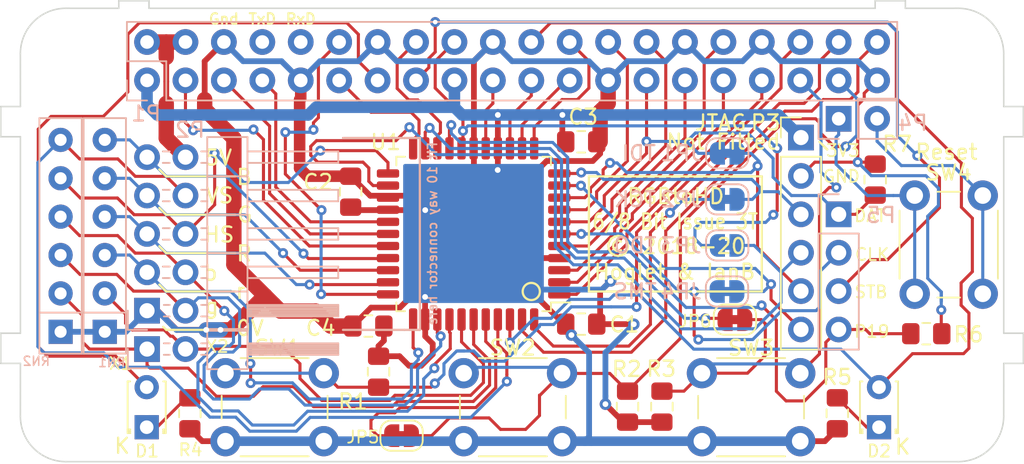
<source format=kicad_pcb>
(kicad_pcb (version 20171130) (host pcbnew "(5.1.4)-1")
  (layers (0 F.Cu signal) (31 B.Cu signal) (34 B.Paste user hide) (35 F.Paste user hide) (36 B.SilkS user) (37 F.SilkS user) (38 B.Mask user hide) (39 F.Mask user hide) (44 Edge.Cuts user))
  (net 0 "")
  (net 1 /3V3)
  (net 2 /GPIO2)
  (net 3 /GPIO3)
  (net 4 /GPIO4)
  (net 5 /GPIO17)
  (net 6 /GPIO18)
  (net 7 /GPIO27)
  (net 8 /GPIO22)
  (net 9 /GPIO23)
  (net 10 /GPIO24)
  (net 11 /GPIO10)
  (net 12 /GPIO9)
  (net 13 /GPIO11)
  (net 14 /GPIO8)
  (net 15 /GPIO7)
  (net 16 /GPIO5)
  (net 17 /GPIO6)
  (net 18 /GPIO12)
  (net 19 /GPIO13)
  (net 20 /GPIO19)
  (net 21 /GPIO16)
  (net 22 /GPIO26)
  (net 23 /GPIO20)
  (net 24 /GPIO21)
  (net 25 "Net-(P4-Pad1)")
  (net 26 "Net-(P4-Pad2)")
  (net 27 "Net-(D1-Pad1)")
  (net 28 "Net-(D2-Pad1)")
  (net 29 /GPIO25)
  (net 30 /GPIO0)
  (net 31 /GPIO1)
  (net 32 /VCC)
  (net 33 /GND)
  (net 34 /SYNC)
  (net 35 /BLUE)
  (net 36 /GREEN)
  (net 37 /RED)
  (net 38 /BRED)
  (net 39 /BGREEN)
  (net 40 /BBLUE)
  (net 41 /VSYNC)
  (net 42 /TCK)
  (net 43 /TDO)
  (net 44 /TDI)
  (net 45 /TMS)
  (net 46 /RxD)
  (net 47 /TxD)
  (net 48 /DETECT)
  (net 49 /X1)
  (net 50 /X2)
  (net 51 /X3)
  (net 52 /X4)
  (module Resistor_THT:R_Array_SIP6 (layer B.Cu) (at 21.578 45.90796 90)
    (fp_text reference RN1 (at -2.032 0.46228 180) (layer B.SilkS) (effects (font (size 0.6 0.6) (thickness 0.1)) (justify mirror)))
    (fp_text value 4K7)
    (pad 1 thru_hole rect (at 0 0 90) (size 1.6 1.6) (drill 0.8) (layers *.Cu *.Mask) (net 33 /GND))
    (pad 2 thru_hole oval (at 2.54 0 90) (size 1.6 1.6) (drill 0.8) (layers *.Cu *.Mask) (net 50 /X2))
    (pad 3 thru_hole oval (at 5.08 0 90) (size 1.6 1.6) (drill 0.8) (layers *.Cu *.Mask) (net 38 /BRED))
    (pad 4 thru_hole oval (at 7.62 0 90) (size 1.6 1.6) (drill 0.8) (layers *.Cu *.Mask) (net 37 /RED))
    (pad 5 thru_hole oval (at 10.16 0 90) (size 1.6 1.6) (drill 0.8) (layers *.Cu *.Mask) (net 36 /GREEN))
    (pad 6 thru_hole oval (at 12.7 0 90) (size 1.6 1.6) (drill 0.8) (layers *.Cu *.Mask) (net 35 /BLUE))
  )
  (module MountingHole:mountinghole_1mm (layer F.Cu) (at 77.33862 39.95166)
    (fp_text reference " " (at 0 5.08) (layer F.SilkS))
    (fp_text value mountinghole_1mm)
    (pad "" np_thru_hole circle (at 0.02838 0.1893) (size 0.8 0.8) (drill 0.8) (layers *.Cu *.Mask))
  )
  (module MountingHole:mountinghole_1mm (layer F.Cu) (at 24.35676 50.90668)
    (fp_text reference " " (at 1.91008 2.6289) (layer F.SilkS))
    (fp_text value mountinghole_1mm)
    (pad "" np_thru_hole circle (at -0.00776 -0.00972) (size 0.8 0.8) (drill 0.8) (layers *.Cu *.Mask))
  )
  (module MountingHole:mountinghole_1mm (layer F.Cu) (at 72.74376 50.90668)
    (fp_text reference " " (at -1.07442 2.8575) (layer F.SilkS))
    (fp_text value mountinghole_1mm)
    (pad "" np_thru_hole circle (at 0.01524 -0.00972) (size 0.8 0.8) (drill 0.8) (layers *.Cu *.Mask))
  )
  (module MountingHole:mountinghole_1mm (layer F.Cu) (at 64.29826 50.90414)
    (fp_text reference " " (at 0.30734 2.40284) (layer F.SilkS))
    (fp_text value mountinghole_1mm)
    (pad "" np_thru_hole circle (at 0.00374 -0.00718) (size 0.8 0.8) (drill 0.8) (layers *.Cu *.Mask))
  )
  (module MountingHole:mountinghole_1mm (layer F.Cu) (at 48.51978 50.90414)
    (fp_text reference " " (at 0.11684 2.47904) (layer F.SilkS))
    (fp_text value mountinghole_1mm)
    (pad "" np_thru_hole circle (at 0.03422 -0.00718) (size 0.8 0.8) (drill 0.8) (layers *.Cu *.Mask))
  )
  (module MountingHole:mountinghole_1mm (layer F.Cu) (at 32.78956 50.89398)
    (fp_text reference " " (at 0.29718 2.76352) (layer F.SilkS))
    (fp_text value mountinghole_1mm)
    (pad "" np_thru_hole circle (at 0.01644 0.00298) (size 0.8 0.8) (drill 0.8) (layers *.Cu *.Mask))
  )
  (module Resistor_SMD:R_0805_2012Metric_Pad1.15x1.40mm_HandSolder (layer F.Cu) (at 39.6755 48.54956 270)
    (fp_text reference R1 (at 1.9812 1.6891) (layer F.SilkS))
    (fp_text value 1K)
    (pad 2 smd roundrect (at 1.025 0 270) (size 1.15 1.4) (layers F.Cu F.Paste F.Mask) (roundrect_rratio 0.217391) (net 21 /GPIO16))
    (pad 1 smd roundrect (at -1.025 0 270) (size 1.15 1.4) (layers F.Cu F.Paste F.Mask) (roundrect_rratio 0.217391) (net 1 /3V3))
  )
  (module Connector_PinHeader_2.54mm:PinHeader_2x05_P2.54mm_Horizontal (layer B.Cu) (at 24.372 44.51096)
    (fp_text reference P2 (at 2.84 -11.97) (layer B.SilkS) (effects (justify mirror)))
    (fp_text value Conn_02x05_Odd_Even)
    (pad 1 thru_hole rect (at 0 0) (size 1.7 1.7) (drill 1) (layers *.Cu *.Mask) (net 33 /GND))
    (pad 2 thru_hole oval (at 2.54 0) (size 1.7 1.7) (drill 1) (layers *.Cu *.Mask) (net 39 /BGREEN))
    (pad 3 thru_hole oval (at 0 -2.54) (size 1.7 1.7) (drill 1) (layers *.Cu *.Mask) (net 38 /BRED))
    (pad 4 thru_hole oval (at 2.54 -2.54) (size 1.7 1.7) (drill 1) (layers *.Cu *.Mask) (net 40 /BBLUE))
    (pad 5 thru_hole oval (at 0 -5.08) (size 1.7 1.7) (drill 1) (layers *.Cu *.Mask) (net 37 /RED))
    (pad 6 thru_hole oval (at 2.54 -5.08) (size 1.7 1.7) (drill 1) (layers *.Cu *.Mask) (net 34 /SYNC))
    (pad 7 thru_hole oval (at 0 -7.62) (size 1.7 1.7) (drill 1) (layers *.Cu *.Mask) (net 36 /GREEN))
    (pad 8 thru_hole oval (at 2.54 -7.62) (size 1.7 1.7) (drill 1) (layers *.Cu *.Mask) (net 41 /VSYNC))
    (pad 9 thru_hole oval (at 0 -10.16) (size 1.7 1.7) (drill 1) (layers *.Cu *.Mask) (net 35 /BLUE))
    (pad 10 thru_hole oval (at 2.54 -10.16) (size 1.7 1.7) (drill 1) (layers *.Cu *.Mask) (net 32 /VCC))
  )
  (module Package_QFP:LQFP-44_10x10mm_P0.8mm (layer F.Cu) (at 45.962 39.43096 180)
    (fp_text reference U1 (at 5.8166 6.0706) (layer F.SilkS))
    (fp_text value XC9572XL-VQFP44)
    (pad 1 smd roundrect (at -5.6625 -4 180) (size 1.475 0.55) (layers F.Cu F.Paste F.Mask) (net 19 /GPIO13))
    (pad 2 smd roundrect (at -5.6625 -3.2 180) (size 1.475 0.55) (layers F.Cu F.Paste F.Mask) (net 17 /GPIO6))
    (pad 3 smd roundrect (at -5.6625 -2.4 180) (size 1.475 0.55) (layers F.Cu F.Paste F.Mask) (net 18 /GPIO12))
    (pad 4 smd roundrect (at -5.6625 -1.6 180) (size 1.475 0.55) (layers F.Cu F.Paste F.Mask) (net 33 /GND))
    (pad 5 smd roundrect (at -5.6625 -0.8 180) (size 1.475 0.55) (layers F.Cu F.Paste F.Mask) (net 16 /GPIO5))
    (pad 6 smd roundrect (at -5.6625 0 180) (size 1.475 0.55) (layers F.Cu F.Paste F.Mask) (net 31 /GPIO1))
    (pad 7 smd roundrect (at -5.6625 0.8 180) (size 1.475 0.55) (layers F.Cu F.Paste F.Mask) (net 30 /GPIO0))
    (pad 8 smd roundrect (at -5.6625 1.6 180) (size 1.475 0.55) (layers F.Cu F.Paste F.Mask) (net 15 /GPIO7))
    (pad 9 smd roundrect (at -5.6625 2.4 180) (size 1.475 0.55) (layers F.Cu F.Paste F.Mask) (net 44 /TDI))
    (pad 10 smd roundrect (at -5.6625 3.2 180) (size 1.475 0.55) (layers F.Cu F.Paste F.Mask) (net 45 /TMS))
    (pad 11 smd roundrect (at -5.6625 4 180) (size 1.475 0.55) (layers F.Cu F.Paste F.Mask) (net 42 /TCK))
    (pad 12 smd roundrect (at -4 5.6625 180) (size 0.55 1.475) (layers F.Cu F.Paste F.Mask) (net 14 /GPIO8))
    (pad 13 smd roundrect (at -3.2 5.6625 180) (size 0.55 1.475) (layers F.Cu F.Paste F.Mask) (net 13 /GPIO11))
    (pad 14 smd roundrect (at -2.4 5.6625 180) (size 0.55 1.475) (layers F.Cu F.Paste F.Mask) (net 12 /GPIO9))
    (pad 15 smd roundrect (at -1.6 5.6625 180) (size 0.55 1.475) (layers F.Cu F.Paste F.Mask) (net 1 /3V3))
    (pad 16 smd roundrect (at -0.8 5.6625 180) (size 0.55 1.475) (layers F.Cu F.Paste F.Mask) (net 11 /GPIO10))
    (pad 17 smd roundrect (at 0 5.6625 180) (size 0.55 1.475) (layers F.Cu F.Paste F.Mask) (net 33 /GND))
    (pad 18 smd roundrect (at 0.8 5.6625 180) (size 0.55 1.475) (layers F.Cu F.Paste F.Mask) (net 10 /GPIO24))
    (pad 19 smd roundrect (at 1.6 5.6625 180) (size 0.55 1.475) (layers F.Cu F.Paste F.Mask) (net 48 /DETECT))
    (pad 20 smd roundrect (at 2.4 5.6625 180) (size 0.55 1.475) (layers F.Cu F.Paste F.Mask) (net 9 /GPIO23))
    (pad 21 smd roundrect (at 3.2 5.6625 180) (size 0.55 1.475) (layers F.Cu F.Paste F.Mask) (net 52 /X4))
    (pad 22 smd roundrect (at 4 5.6625 180) (size 0.55 1.475) (layers F.Cu F.Paste F.Mask) (net 5 /GPIO17))
    (pad 23 smd roundrect (at 5.6625 4 180) (size 1.475 0.55) (layers F.Cu F.Paste F.Mask) (net 34 /SYNC))
    (pad 24 smd roundrect (at 5.6625 3.2 180) (size 1.475 0.55) (layers F.Cu F.Paste F.Mask) (net 43 /TDO))
    (pad 25 smd roundrect (at 5.6625 2.4 180) (size 1.475 0.55) (layers F.Cu F.Paste F.Mask) (net 33 /GND))
    (pad 26 smd roundrect (at 5.6625 1.6 180) (size 1.475 0.55) (layers F.Cu F.Paste F.Mask) (net 1 /3V3))
    (pad 27 smd roundrect (at 5.6625 0.8 180) (size 1.475 0.55) (layers F.Cu F.Paste F.Mask) (net 4 /GPIO4))
    (pad 28 smd roundrect (at 5.6625 0 180) (size 1.475 0.55) (layers F.Cu F.Paste F.Mask) (net 3 /GPIO3))
    (pad 29 smd roundrect (at 5.6625 -0.8 180) (size 1.475 0.55) (layers F.Cu F.Paste F.Mask) (net 2 /GPIO2))
    (pad 30 smd roundrect (at 5.6625 -1.6 180) (size 1.475 0.55) (layers F.Cu F.Paste F.Mask) (net 35 /BLUE))
    (pad 31 smd roundrect (at 5.6625 -2.4 180) (size 1.475 0.55) (layers F.Cu F.Paste F.Mask) (net 36 /GREEN))
    (pad 32 smd roundrect (at 5.6625 -3.2 180) (size 1.475 0.55) (layers F.Cu F.Paste F.Mask) (net 37 /RED))
    (pad 33 smd roundrect (at 5.6625 -4 180) (size 1.475 0.55) (layers F.Cu F.Paste F.Mask) (net 6 /GPIO18))
    (pad 34 smd roundrect (at 4 -5.6625 180) (size 0.55 1.475) (layers F.Cu F.Paste F.Mask) (net 38 /BRED))
    (pad 35 smd roundrect (at 3.2 -5.6625 180) (size 0.55 1.475) (layers F.Cu F.Paste F.Mask) (net 1 /3V3))
    (pad 36 smd roundrect (at 2.4 -5.6625 180) (size 0.55 1.475) (layers F.Cu F.Paste F.Mask) (net 39 /BGREEN))
    (pad 37 smd roundrect (at 1.6 -5.6625 180) (size 0.55 1.475) (layers F.Cu F.Paste F.Mask) (net 40 /BBLUE))
    (pad 38 smd roundrect (at 0.8 -5.6625 180) (size 0.55 1.475) (layers F.Cu F.Paste F.Mask) (net 50 /X2))
    (pad 39 smd roundrect (at 0 -5.6625 180) (size 0.55 1.475) (layers F.Cu F.Paste F.Mask) (net 49 /X1))
    (pad 40 smd roundrect (at -0.8 -5.6625 180) (size 0.55 1.475) (layers F.Cu F.Paste F.Mask) (net 51 /X3))
    (pad 41 smd roundrect (at -1.6 -5.6625 180) (size 0.55 1.475) (layers F.Cu F.Paste F.Mask) (net 41 /VSYNC))
    (pad 42 smd roundrect (at -2.4 -5.6625 180) (size 0.55 1.475) (layers F.Cu F.Paste F.Mask) (net 29 /GPIO25))
    (pad 43 smd roundrect (at -3.2 -5.6625 180) (size 0.55 1.475) (layers F.Cu F.Paste F.Mask) (net 24 /GPIO21))
    (pad 44 smd roundrect (at -4 -5.6625 180) (size 0.55 1.475) (layers F.Cu F.Paste F.Mask) (net 23 /GPIO20))
  )
  (module Resistor_SMD:R_0805_2012Metric_Pad1.15x1.40mm_HandSolder (layer F.Cu) (at 75.8832 46.03496)
    (fp_text reference R6 (at 2.794 0.0508) (layer F.SilkS))
    (fp_text value 10K)
    (pad 2 smd roundrect (at 1.025 0) (size 1.15 1.4) (layers F.Cu F.Paste F.Mask) (roundrect_rratio 0.217391) (net 33 /GND))
    (pad 1 smd roundrect (at -1.025 0) (size 1.15 1.4) (layers F.Cu F.Paste F.Mask) (roundrect_rratio 0.217391) (net 48 /DETECT))
  )
  (module Connector_PinSocket_2.54mm:PinSocket_1x04_P2.54mm_Vertical (layer B.Cu) (at 70.092 38.13556 180)
    (fp_text reference P5 (at -2.794 -0.0508) (layer B.SilkS) (effects (justify mirror)))
    (fp_text value Conn_01x04)
    (pad 1 thru_hole rect (at 0 0 180) (size 1.7 1.7) (drill 1) (layers *.Cu *.Mask) (net 30 /GPIO0))
    (pad 2 thru_hole oval (at 0 -2.54 180) (size 1.7 1.7) (drill 1) (layers *.Cu *.Mask) (net 31 /GPIO1))
    (pad 3 thru_hole oval (at 0 -5.08 180) (size 1.7 1.7) (drill 1) (layers *.Cu *.Mask) (net 8 /GPIO22))
    (pad 4 thru_hole oval (at 0 -7.62 180) (size 1.7 1.7) (drill 1) (layers *.Cu *.Mask) (net 48 /DETECT))
  )
  (module RPi_Hat:RPi_Hat_Mounting_Hole (layer F.Cu) (at 19.5 51)
    (fp_text reference "" hide)
    (fp_text value "" hide)
    (pad "" np_thru_hole circle (at 0 0) (size 2.75 2.75) (drill 2.75) (layers *.Cu *.Mask) (clearance 1.725))
  )
  (module RPi_Hat:RPi_Hat_Mounting_Hole (layer F.Cu) (at 77.5 28)
    (fp_text reference "" hide)
    (fp_text value "" hide)
    (pad "" np_thru_hole circle (at 0 0) (size 2.75 2.75) (drill 2.75) (layers *.Cu *.Mask) (clearance 1.725))
  )
  (module RPi_Hat:RPi_Hat_Mounting_Hole (layer F.Cu) (at 77.5 51)
    (fp_text reference "" hide)
    (fp_text value "" hide)
    (pad "" np_thru_hole circle (at 0 0) (size 2.75 2.75) (drill 2.75) (layers *.Cu *.Mask) (clearance 1.725))
  )
  (module RPi_Hat:RPi_Hat_Mounting_Hole (layer F.Cu) (at 19.5 28)
    (fp_text reference "" hide)
    (fp_text value "" hide)
    (pad "" np_thru_hole circle (at 0 0) (size 2.75 2.75) (drill 2.75) (layers *.Cu *.Mask) (clearance 1.725))
  )
  (module Jumper:SolderJumper-2_P1.3mm_Bridged_RoundedPad1.0x1.5mm (layer B.Cu) (at 62.726 37.14496)
    (fp_text reference JP2 (at -3.063 0) (layer B.SilkS) (effects (justify mirror)))
    (fp_text value SolderJumper_2_Bridged)
    (fp_poly (pts (xy 0.25 0.3) (xy -0.25 0.3) (xy -0.25 -0.3) (xy 0.25 -0.3)) (layer B.Cu) (width 0))
    (pad 2 smd custom (at 0.65 0) (size 1 0.5) (layers B.Cu B.Mask) (net 42 /TCK) (options (clearance outline) (anchor rect)) (primitives (gr_circle (center 0 -0.25) (end 0.5 -0.25) (width 0)) (gr_circle (center 0 0.25) (end 0.5 0.25) (width 0)) (gr_poly (pts (xy 0 0.75) (xy -0.5 0.75) (xy -0.5 -0.75) (xy 0 -0.75)) (width 0))))
    (pad 1 smd custom (at -0.65 0) (size 1 0.5) (layers B.Cu B.Mask) (net 23 /GPIO20) (options (clearance outline) (anchor rect)) (primitives (gr_circle (center 0 -0.25) (end 0.5 -0.25) (width 0)) (gr_circle (center 0 0.25) (end 0.5 0.25) (width 0)) (gr_poly (pts (xy 0 0.75) (xy 0.5 0.75) (xy 0.5 -0.75) (xy 0 -0.75)) (width 0))))
  )
  (module Jumper:SolderJumper-2_P1.3mm_Bridged_RoundedPad1.0x1.5mm (layer B.Cu) (at 62.726 34.09696)
    (fp_text reference JP1 (at -3.048 0) (layer B.SilkS) (effects (justify mirror)))
    (fp_text value SolderJumper_2_Bridged)
    (fp_poly (pts (xy 0.25 0.3) (xy -0.25 0.3) (xy -0.25 -0.3) (xy 0.25 -0.3)) (layer B.Cu) (width 0))
    (pad 1 smd custom (at -0.65 0) (size 1 0.5) (layers B.Cu B.Mask) (net 30 /GPIO0) (options (clearance outline) (anchor rect)) (primitives (gr_circle (center 0 -0.25) (end 0.5 -0.25) (width 0)) (gr_circle (center 0 0.25) (end 0.5 0.25) (width 0)) (gr_poly (pts (xy 0 0.75) (xy 0.5 0.75) (xy 0.5 -0.75) (xy 0 -0.75)) (width 0))))
    (pad 2 smd custom (at 0.65 0) (size 1 0.5) (layers B.Cu B.Mask) (net 44 /TDI) (options (clearance outline) (anchor rect)) (primitives (gr_circle (center 0 -0.25) (end 0.5 -0.25) (width 0)) (gr_circle (center 0 0.25) (end 0.5 0.25) (width 0)) (gr_poly (pts (xy 0 0.75) (xy -0.5 0.75) (xy -0.5 -0.75) (xy 0 -0.75)) (width 0))))
  )
  (module Jumper:SolderJumper-2_P1.3mm_Bridged_RoundedPad1.0x1.5mm (layer B.Cu) (at 62.711 43.24096)
    (fp_text reference JP4 (at -3.033 0) (layer B.SilkS) (effects (justify mirror)))
    (fp_text value SolderJumper_2_Bridged)
    (fp_poly (pts (xy 0.25 0.3) (xy -0.25 0.3) (xy -0.25 -0.3) (xy 0.25 -0.3)) (layer B.Cu) (width 0))
    (pad 2 smd custom (at 0.65 0) (size 1 0.5) (layers B.Cu B.Mask) (net 45 /TMS) (options (clearance outline) (anchor rect)) (primitives (gr_circle (center 0 -0.25) (end 0.5 -0.25) (width 0)) (gr_circle (center 0 0.25) (end 0.5 0.25) (width 0)) (gr_poly (pts (xy 0 0.75) (xy -0.5 0.75) (xy -0.5 -0.75) (xy 0 -0.75)) (width 0))))
    (pad 1 smd custom (at -0.65 0) (size 1 0.5) (layers B.Cu B.Mask) (net 31 /GPIO1) (options (clearance outline) (anchor rect)) (primitives (gr_circle (center 0 -0.25) (end 0.5 -0.25) (width 0)) (gr_circle (center 0 0.25) (end 0.5 0.25) (width 0)) (gr_poly (pts (xy 0 0.75) (xy 0.5 0.75) (xy 0.5 -0.75) (xy 0 -0.75)) (width 0))))
  )
  (module Jumper:SolderJumper-2_P1.3mm_Bridged_RoundedPad1.0x1.5mm (layer B.Cu) (at 62.726 40.19296)
    (fp_text reference JP3 (at -3.063 0) (layer B.SilkS) (effects (justify mirror)))
    (fp_text value SolderJumper_2_Bridged)
    (fp_poly (pts (xy 0.25 0.3) (xy -0.25 0.3) (xy -0.25 -0.3) (xy 0.25 -0.3)) (layer B.Cu) (width 0))
    (pad 1 smd custom (at -0.65 0) (size 1 0.5) (layers B.Cu B.Mask) (net 10 /GPIO24) (options (clearance outline) (anchor rect)) (primitives (gr_circle (center 0 -0.25) (end 0.5 -0.25) (width 0)) (gr_circle (center 0 0.25) (end 0.5 0.25) (width 0)) (gr_poly (pts (xy 0 0.75) (xy 0.5 0.75) (xy 0.5 -0.75) (xy 0 -0.75)) (width 0))))
    (pad 2 smd custom (at 0.65 0) (size 1 0.5) (layers B.Cu B.Mask) (net 43 /TDO) (options (clearance outline) (anchor rect)) (primitives (gr_circle (center 0 -0.25) (end 0.5 -0.25) (width 0)) (gr_circle (center 0 0.25) (end 0.5 0.25) (width 0)) (gr_poly (pts (xy 0 0.75) (xy -0.5 0.75) (xy -0.5 -0.75) (xy 0 -0.75)) (width 0))))
  )
  (module Connector_PinHeader_2.54mm:PinHeader_1x06_P2.54mm_Vertical (layer F.Cu) (at 67.6008 33.054001)
    (fp_text reference P3 (at -2.3348 -0.989041 180) (layer F.SilkS))
    (fp_text value Conn_01x06)
    (pad 1 thru_hole rect (at 0 0) (size 1.7 1.7) (drill 1) (layers *.Cu *.Mask) (net 1 /3V3))
    (pad 2 thru_hole oval (at 0 2.54) (size 1.7 1.7) (drill 1) (layers *.Cu *.Mask) (net 33 /GND))
    (pad 3 thru_hole oval (at 0 5.08) (size 1.7 1.7) (drill 1) (layers *.Cu *.Mask) (net 42 /TCK))
    (pad 4 thru_hole oval (at 0 7.62) (size 1.7 1.7) (drill 1) (layers *.Cu *.Mask) (net 43 /TDO))
    (pad 5 thru_hole oval (at 0 10.16) (size 1.7 1.7) (drill 1) (layers *.Cu *.Mask) (net 44 /TDI))
    (pad 6 thru_hole oval (at 0 12.7) (size 1.7 1.7) (drill 1) (layers *.Cu *.Mask) (net 45 /TMS))
  )
  (module Capacitor_SMD:C_0805_2012Metric_Pad1.15x1.40mm_HandSolder (layer F.Cu) (at 53.074 45.39996 180)
    (fp_text reference C1 (at -2.848 -0.031) (layer F.SilkS))
    (fp_text value 10uF)
    (pad 2 smd roundrect (at 1.025 0 180) (size 1.15 1.4) (layers F.Cu F.Paste F.Mask) (roundrect_rratio 0.217391) (net 33 /GND))
    (pad 1 smd roundrect (at -1.025 0 180) (size 1.15 1.4) (layers F.Cu F.Paste F.Mask) (roundrect_rratio 0.217391) (net 1 /3V3))
  )
  (module Capacitor_SMD:C_0805_2012Metric_Pad1.15x1.40mm_HandSolder (layer F.Cu) (at 37.834 36.63696 90)
    (fp_text reference C2 (at 0.635 -2.159) (layer F.SilkS))
    (fp_text value 100nF)
    (pad 1 smd roundrect (at -1.025 0 90) (size 1.15 1.4) (layers F.Cu F.Paste F.Mask) (roundrect_rratio 0.217391) (net 1 /3V3))
    (pad 2 smd roundrect (at 1.025 0 90) (size 1.15 1.4) (layers F.Cu F.Paste F.Mask) (roundrect_rratio 0.217391) (net 33 /GND))
  )
  (module Capacitor_SMD:C_0805_2012Metric_Pad1.15x1.40mm_HandSolder (layer F.Cu) (at 53.074 33.33496)
    (fp_text reference C3 (at 0.127 -1.65) (layer F.SilkS))
    (fp_text value 100nF)
    (pad 1 smd roundrect (at -1.025 0) (size 1.15 1.4) (layers F.Cu F.Paste F.Mask) (roundrect_rratio 0.217391) (net 1 /3V3))
    (pad 2 smd roundrect (at 1.025 0) (size 1.15 1.4) (layers F.Cu F.Paste F.Mask) (roundrect_rratio 0.217391) (net 33 /GND))
  )
  (module Capacitor_SMD:C_0805_2012Metric_Pad1.15x1.40mm_HandSolder (layer F.Cu) (at 39.0024 45.52696 180)
    (fp_text reference C4 (at 3.1496 -0.127) (layer F.SilkS))
    (fp_text value 100nF)
    (pad 1 smd roundrect (at -1.025 0 180) (size 1.15 1.4) (layers F.Cu F.Paste F.Mask) (roundrect_rratio 0.217391) (net 1 /3V3))
    (pad 2 smd roundrect (at 1.025 0 180) (size 1.15 1.4) (layers F.Cu F.Paste F.Mask) (roundrect_rratio 0.217391) (net 33 /GND))
  )
  (module Resistor_SMD:R_0805_2012Metric_Pad1.15x1.40mm_HandSolder (layer F.Cu) (at 56.1347 50.86096 90)
    (fp_text reference R2 (at 2.49 -0.0527) (layer F.SilkS))
    (fp_text value 1K)
    (pad 2 smd roundrect (at 1.025 0 90) (size 1.15 1.4) (layers F.Cu F.Paste F.Mask) (roundrect_rratio 0.217391) (net 22 /GPIO26))
    (pad 1 smd roundrect (at -1.025 0 90) (size 1.15 1.4) (layers F.Cu F.Paste F.Mask) (roundrect_rratio 0.217391) (net 1 /3V3))
  )
  (module Resistor_SMD:R_0805_2012Metric_Pad1.15x1.40mm_HandSolder (layer F.Cu) (at 58.408 50.86096 90)
    (fp_text reference R3 (at 2.5019 -0.046) (layer F.SilkS))
    (fp_text value 1K)
    (pad 2 smd roundrect (at 1.025 0 90) (size 1.15 1.4) (layers F.Cu F.Paste F.Mask) (roundrect_rratio 0.217391) (net 20 /GPIO19))
    (pad 1 smd roundrect (at -1.025 0 90) (size 1.15 1.4) (layers F.Cu F.Paste F.Mask) (roundrect_rratio 0.217391) (net 1 /3V3))
  )
  (module Resistor_SMD:R_0805_2012Metric_Pad1.15x1.40mm_HandSolder (layer F.Cu) (at 27.202 51.30096 270)
    (fp_text reference R4 (at 2.42 -0.04) (layer F.SilkS) (effects (font (size 0.8 0.8) (thickness 0.12))))
    (fp_text value 1K)
    (pad 2 smd roundrect (at 1.025 0 270) (size 1.15 1.4) (layers F.Cu F.Paste F.Mask) (roundrect_rratio 0.217391) (net 33 /GND))
    (pad 1 smd roundrect (at -1.025 0 270) (size 1.15 1.4) (layers F.Cu F.Paste F.Mask) (roundrect_rratio 0.217391) (net 27 "Net-(D1-Pad1)"))
  )
  (module Resistor_SMD:R_0805_2012Metric_Pad1.15x1.40mm_HandSolder (layer F.Cu) (at 70.002 51.30096 270)
    (fp_text reference R5 (at -2.39268 0.01016) (layer F.SilkS))
    (fp_text value 1K)
    (pad 1 smd roundrect (at -1.025 0 270) (size 1.15 1.4) (layers F.Cu F.Paste F.Mask) (roundrect_rratio 0.217391) (net 28 "Net-(D2-Pad1)"))
    (pad 2 smd roundrect (at 1.025 0 270) (size 1.15 1.4) (layers F.Cu F.Paste F.Mask) (roundrect_rratio 0.217391) (net 33 /GND))
  )
  (module Button_Switch_THT:SW_PUSH_6mm_H5mm (layer F.Cu) (at 36.056 53.14696 180)
    (fp_text reference SW1 (at 3.054 6.176) (layer F.SilkS))
    (fp_text value SW_PUSH)
    (pad 1 thru_hole circle (at 6.5 0 270) (size 2 2) (drill 1.1) (layers *.Cu *.Mask) (net 33 /GND))
    (pad 2 thru_hole circle (at 6.5 4.5 270) (size 2 2) (drill 1.1) (layers *.Cu *.Mask) (net 21 /GPIO16))
    (pad 1 thru_hole circle (at 0 0 270) (size 2 2) (drill 1.1) (layers *.Cu *.Mask) (net 33 /GND))
    (pad 2 thru_hole circle (at 0 4.5 270) (size 2 2) (drill 1.1) (layers *.Cu *.Mask) (net 21 /GPIO16))
  )
  (module Button_Switch_THT:SW_PUSH_6mm_H5mm (layer F.Cu) (at 51.804 53.14696 180)
    (fp_text reference SW2 (at 3.262 6.186) (layer F.SilkS))
    (fp_text value SW_PUSH)
    (pad 2 thru_hole circle (at 0 4.5 270) (size 2 2) (drill 1.1) (layers *.Cu *.Mask) (net 22 /GPIO26))
    (pad 1 thru_hole circle (at 0 0 270) (size 2 2) (drill 1.1) (layers *.Cu *.Mask) (net 33 /GND))
    (pad 2 thru_hole circle (at 6.5 4.5 270) (size 2 2) (drill 1.1) (layers *.Cu *.Mask) (net 22 /GPIO26))
    (pad 1 thru_hole circle (at 6.5 0 270) (size 2 2) (drill 1.1) (layers *.Cu *.Mask) (net 33 /GND))
  )
  (module Button_Switch_THT:SW_PUSH_6mm_H5mm (layer F.Cu) (at 67.552 53.14696 180)
    (fp_text reference SW3 (at 3.25 6.176) (layer F.SilkS))
    (fp_text value SW_PUSH)
    (pad 2 thru_hole circle (at 0 4.5 270) (size 2 2) (drill 1.1) (layers *.Cu *.Mask) (net 20 /GPIO19))
    (pad 1 thru_hole circle (at 0 0 270) (size 2 2) (drill 1.1) (layers *.Cu *.Mask) (net 33 /GND))
    (pad 2 thru_hole circle (at 6.5 4.5 270) (size 2 2) (drill 1.1) (layers *.Cu *.Mask) (net 20 /GPIO19))
    (pad 1 thru_hole circle (at 6.5 0 270) (size 2 2) (drill 1.1) (layers *.Cu *.Mask) (net 33 /GND))
  )
  (module Button_Switch_THT:SW_PUSH_6mm_H5mm (layer F.Cu) (at 79.617 36.89096 270)
    (fp_text reference SW4 (at -1.51638 2.2554) (layer F.SilkS))
    (fp_text value SW_PUSH)
    (pad 1 thru_hole circle (at 6.5 0) (size 2 2) (drill 1.1) (layers *.Cu *.Mask) (net 26 "Net-(P4-Pad2)"))
    (pad 2 thru_hole circle (at 6.5 4.5) (size 2 2) (drill 1.1) (layers *.Cu *.Mask) (net 25 "Net-(P4-Pad1)"))
    (pad 1 thru_hole circle (at 0 0) (size 2 2) (drill 1.1) (layers *.Cu *.Mask) (net 26 "Net-(P4-Pad2)"))
    (pad 2 thru_hole circle (at 0 4.5) (size 2 2) (drill 1.1) (layers *.Cu *.Mask) (net 25 "Net-(P4-Pad1)"))
  )
  (module Connector_PinHeader_2.54mm:PinHeader_2x01_P2.54mm_Horizontal (layer B.Cu) (at 24.372 47.05096)
    (fp_text reference J2 hide)
    (fp_text value Conn_02x01)
    (pad 1 thru_hole rect (at 0 0) (size 1.7 1.7) (drill 1) (layers *.Cu *.Mask) (net 49 /X1))
    (pad 2 thru_hole oval (at 2.54 0) (size 1.7 1.7) (drill 1) (layers *.Cu *.Mask) (net 50 /X2))
  )
  (module Resistor_THT:R_Array_SIP6 (layer B.Cu) (at 18.657 45.90796 90)
    (fp_text reference RN2 (at -1.9431 -1.605 180) (layer B.SilkS) (effects (font (size 0.6 0.6) (thickness 0.1)) (justify mirror)))
    (fp_text value 4K7)
    (pad 6 thru_hole oval (at 12.7 0 90) (size 1.6 1.6) (drill 0.8) (layers *.Cu *.Mask) (net 41 /VSYNC))
    (pad 5 thru_hole oval (at 10.16 0 90) (size 1.6 1.6) (drill 0.8) (layers *.Cu *.Mask) (net 34 /SYNC))
    (pad 4 thru_hole oval (at 7.62 0 90) (size 1.6 1.6) (drill 0.8) (layers *.Cu *.Mask) (net 40 /BBLUE))
    (pad 3 thru_hole oval (at 5.08 0 90) (size 1.6 1.6) (drill 0.8) (layers *.Cu *.Mask) (net 39 /BGREEN))
    (pad 2 thru_hole oval (at 2.54 0 90) (size 1.6 1.6) (drill 0.8) (layers *.Cu *.Mask) (net 49 /X1))
    (pad 1 thru_hole rect (at 0 0 90) (size 1.6 1.6) (drill 0.8) (layers *.Cu *.Mask) (net 33 /GND))
  )
  (module Jumper:SolderJumper-2_P1.3mm_Bridged_RoundedPad1.0x1.5mm (layer F.Cu) (at 41.19696 52.7812)
    (fp_text reference JP5 (at -2.55512 0.09652) (layer F.SilkS) (effects (font (size 0.8 0.8) (thickness 0.12))))
    (fp_text value SolderJumper_2_Bridged)
    (fp_poly (pts (xy 0.25 -0.3) (xy -0.25 -0.3) (xy -0.25 0.3) (xy 0.25 0.3)) (layer F.Cu) (width 0))
    (pad 2 smd custom (at 0.65 0) (size 1 0.5) (layers F.Cu F.Mask) (net 22 /GPIO26) (options (clearance outline) (anchor rect)) (primitives (gr_circle (center 0 0.25) (end 0.5 0.25) (width 0)) (gr_circle (center 0 -0.25) (end 0.5 -0.25) (width 0)) (gr_poly (pts (xy 0 -0.75) (xy -0.5 -0.75) (xy -0.5 0.75) (xy 0 0.75)) (width 0))))
    (pad 1 smd custom (at -0.65 0) (size 1 0.5) (layers F.Cu F.Mask) (net 51 /X3) (options (clearance outline) (anchor rect)) (primitives (gr_circle (center 0 0.25) (end 0.5 0.25) (width 0)) (gr_circle (center 0 -0.25) (end 0.5 -0.25) (width 0)) (gr_poly (pts (xy 0 -0.75) (xy 0.5 -0.75) (xy 0.5 0.75) (xy 0 0.75)) (width 0))))
  )
  (module Jumper:SolderJumper-2_P1.3mm_Bridged_RoundedPad1.0x1.5mm (layer F.Cu) (at 63.234 45.10278)
    (fp_text reference JP6 (at -2.63386 0.11176) (layer F.SilkS) (effects (font (size 0.8 0.8) (thickness 0.12))))
    (fp_text value SolderJumper_2_Bridged)
    (fp_poly (pts (xy 0.25 -0.3) (xy -0.25 -0.3) (xy -0.25 0.3) (xy 0.25 0.3)) (layer F.Cu) (width 0))
    (pad 2 smd custom (at 0.65 0) (size 1 0.5) (layers F.Cu F.Mask) (net 20 /GPIO19) (options (clearance outline) (anchor rect)) (primitives (gr_circle (center 0 0.25) (end 0.5 0.25) (width 0)) (gr_circle (center 0 -0.25) (end 0.5 -0.25) (width 0)) (gr_poly (pts (xy 0 -0.75) (xy -0.5 -0.75) (xy -0.5 0.75) (xy 0 0.75)) (width 0))))
    (pad 1 smd custom (at -0.65 0) (size 1 0.5) (layers F.Cu F.Mask) (net 52 /X4) (options (clearance outline) (anchor rect)) (primitives (gr_circle (center 0 0.25) (end 0.5 0.25) (width 0)) (gr_circle (center 0 -0.25) (end 0.5 -0.25) (width 0)) (gr_poly (pts (xy 0 -0.75) (xy 0.5 -0.75) (xy 0.5 0.75) (xy 0 0.75)) (width 0))))
  )
  (module Connector_PinSocket_2.54mm:PinSocket_2x20_P2.54mm_Vertical_Custom (layer B.Cu) (at 24.372 29.27096 270)
    (fp_text reference P1 (at 2.2 0.06 180) (layer B.SilkS) (effects (justify mirror)))
    (fp_text value CONN_02X20)
    (pad 1 thru_hole oval (at 0 0 270) (size 1.7 1.7) (drill 0.9) (layers *.Cu *.Mask) (net 1 /3V3))
    (pad 2 thru_hole oval (at -2.54 0 270) (size 1.7 1.7) (drill 0.9) (layers *.Cu *.Mask) (net 32 /VCC))
    (pad 3 thru_hole oval (at 0 -2.54 270) (size 1.7 1.7) (drill 0.9) (layers *.Cu *.Mask) (net 2 /GPIO2))
    (pad 4 thru_hole oval (at -2.54 -2.54 270) (size 1.7 1.7) (drill 0.9) (layers *.Cu *.Mask) (net 32 /VCC))
    (pad 5 thru_hole oval (at 0 -5.08 270) (size 1.7 1.7) (drill 0.9) (layers *.Cu *.Mask) (net 3 /GPIO3))
    (pad 6 thru_hole oval (at -2.54 -5.08 270) (size 1.7 1.7) (drill 0.9) (layers *.Cu *.Mask) (net 33 /GND))
    (pad 7 thru_hole oval (at 0 -7.62 270) (size 1.7 1.7) (drill 0.9) (layers *.Cu *.Mask) (net 4 /GPIO4))
    (pad 8 thru_hole oval (at -2.54 -7.62 270) (size 1.7 1.7) (drill 0.9) (layers *.Cu *.Mask) (net 47 /TxD))
    (pad 9 thru_hole oval (at 0 -10.16 270) (size 1.7 1.7) (drill 0.9) (layers *.Cu *.Mask) (net 33 /GND))
    (pad 10 thru_hole oval (at -2.54 -10.16 270) (size 1.7 1.7) (drill 0.9) (layers *.Cu *.Mask) (net 46 /RxD))
    (pad 11 thru_hole oval (at 0 -12.7 270) (size 1.7 1.7) (drill 0.9) (layers *.Cu *.Mask) (net 5 /GPIO17))
    (pad 12 thru_hole oval (at -2.54 -12.7 270) (size 1.7 1.7) (drill 0.9) (layers *.Cu *.Mask) (net 6 /GPIO18))
    (pad 13 thru_hole oval (at 0 -15.24 270) (size 1.7 1.7) (drill 0.9) (layers *.Cu *.Mask) (net 7 /GPIO27))
    (pad 14 thru_hole oval (at -2.54 -15.24 270) (size 1.7 1.7) (drill 0.9) (layers *.Cu *.Mask) (net 33 /GND))
    (pad 15 thru_hole oval (at 0 -17.78 270) (size 1.7 1.7) (drill 0.9) (layers *.Cu *.Mask) (net 8 /GPIO22))
    (pad 16 thru_hole oval (at -2.54 -17.78 270) (size 1.7 1.7) (drill 0.9) (layers *.Cu *.Mask) (net 9 /GPIO23))
    (pad 17 thru_hole oval (at 0 -20.32 270) (size 1.7 1.7) (drill 0.9) (layers *.Cu *.Mask) (net 1 /3V3))
    (pad 18 thru_hole oval (at -2.54 -20.32 270) (size 1.7 1.7) (drill 0.9) (layers *.Cu *.Mask) (net 10 /GPIO24))
    (pad 19 thru_hole oval (at 0 -22.86 270) (size 1.7 1.7) (drill 0.9) (layers *.Cu *.Mask) (net 11 /GPIO10))
    (pad 20 thru_hole oval (at -2.54 -22.86 270) (size 1.7 1.7) (drill 0.9) (layers *.Cu *.Mask) (net 33 /GND))
    (pad 21 thru_hole oval (at 0 -25.4 270) (size 1.7 1.7) (drill 0.9) (layers *.Cu *.Mask) (net 12 /GPIO9))
    (pad 22 thru_hole oval (at -2.54 -25.4 270) (size 1.7 1.7) (drill 0.9) (layers *.Cu *.Mask) (net 29 /GPIO25))
    (pad 23 thru_hole oval (at 0 -27.94 270) (size 1.7 1.7) (drill 0.9) (layers *.Cu *.Mask) (net 13 /GPIO11))
    (pad 24 thru_hole oval (at -2.54 -27.94 270) (size 1.7 1.7) (drill 0.9) (layers *.Cu *.Mask) (net 14 /GPIO8))
    (pad 25 thru_hole oval (at 0 -30.48 270) (size 1.7 1.7) (drill 0.9) (layers *.Cu *.Mask) (net 33 /GND))
    (pad 26 thru_hole oval (at -2.54 -30.48 270) (size 1.7 1.7) (drill 0.9) (layers *.Cu *.Mask) (net 15 /GPIO7))
    (pad 27 thru_hole oval (at 0 -33.02 270) (size 1.7 1.7) (drill 0.9) (layers *.Cu *.Mask) (net 30 /GPIO0))
    (pad 28 thru_hole oval (at -2.54 -33.02 270) (size 1.7 1.7) (drill 0.9) (layers *.Cu *.Mask) (net 31 /GPIO1))
    (pad 29 thru_hole oval (at 0 -35.56 270) (size 1.7 1.7) (drill 0.9) (layers *.Cu *.Mask) (net 16 /GPIO5))
    (pad 30 thru_hole oval (at -2.54 -35.56 270) (size 1.7 1.7) (drill 0.9) (layers *.Cu *.Mask) (net 33 /GND))
    (pad 31 thru_hole oval (at 0 -38.1 270) (size 1.7 1.7) (drill 0.9) (layers *.Cu *.Mask) (net 17 /GPIO6))
    (pad 32 thru_hole oval (at -2.54 -38.1 270) (size 1.7 1.7) (drill 0.9) (layers *.Cu *.Mask) (net 18 /GPIO12))
    (pad 33 thru_hole oval (at 0 -40.64 270) (size 1.7 1.7) (drill 0.9) (layers *.Cu *.Mask) (net 19 /GPIO13))
    (pad 34 thru_hole oval (at -2.54 -40.64 270) (size 1.7 1.7) (drill 0.9) (layers *.Cu *.Mask) (net 33 /GND))
    (pad 35 thru_hole oval (at 0 -43.18 270) (size 1.7 1.7) (drill 0.9) (layers *.Cu *.Mask) (net 20 /GPIO19))
    (pad 36 thru_hole oval (at -2.54 -43.18 270) (size 1.7 1.7) (drill 0.9) (layers *.Cu *.Mask) (net 21 /GPIO16))
    (pad 37 thru_hole oval (at 0 -45.72 270) (size 1.7 1.7) (drill 0.9) (layers *.Cu *.Mask) (net 22 /GPIO26))
    (pad 38 thru_hole oval (at -2.54 -45.72 270) (size 1.7 1.7) (drill 0.9) (layers *.Cu *.Mask) (net 23 /GPIO20))
    (pad 39 thru_hole oval (at 0 -48.26 270) (size 1.7 1.7) (drill 0.9) (layers *.Cu *.Mask) (net 33 /GND))
    (pad 40 thru_hole oval (at -2.54 -48.26 270) (size 1.7 1.7) (drill 0.9) (layers *.Cu *.Mask) (net 24 /GPIO21))
  )
  (module LED_THT:LED_D1.8mm_W3.3mm_H2.4mm_Custom (layer F.Cu) (at 24.349 52.17096 90)
    (fp_text reference D1 (at -1.63 0.023 180) (layer F.SilkS) (effects (font (size 0.8 0.8) (thickness 0.12))))
    (fp_text value LED)
    (pad 1 thru_hole rect (at -0.05 0 90) (size 1.6 1.6) (drill 0.9) (layers *.Cu *.Mask) (net 27 "Net-(D1-Pad1)"))
    (pad 2 thru_hole circle (at 2.6 0 90) (size 1.6 1.6) (drill 0.9) (layers *.Cu *.Mask) (net 7 /GPIO27))
  )
  (module LED_THT:LED_D1.8mm_W3.3mm_H2.4mm_Custom (layer F.Cu) (at 72.759 52.17096 90)
    (fp_text reference D2 (at -1.63 0.003) (layer F.SilkS) (effects (font (size 0.8 0.8) (thickness 0.12))))
    (fp_text value LED)
    (pad 1 thru_hole rect (at -0.05 0 90) (size 1.6 1.6) (drill 0.9) (layers *.Cu *.Mask) (net 28 "Net-(D2-Pad1)"))
    (pad 2 thru_hole circle (at 2.6 0 90) (size 1.6 1.6) (drill 0.9) (layers *.Cu *.Mask) (net 29 /GPIO25))
  )
  (module Connector_PinSocket_2.54mm:PinSocket_1x02_P2.54mm_Vertical_Custom (layer B.Cu) (at 70.092 31.81096 270)
    (fp_text reference P4 (at 0.28 -4.9) (layer B.SilkS) (effects (justify mirror)))
    (fp_text value CONN_01X02)
    (pad 1 thru_hole rect (at 0 0 270) (size 1.7 1.7) (drill 0.9) (layers *.Cu *.Mask) (net 25 "Net-(P4-Pad1)"))
    (pad 2 thru_hole oval (at 0 -2.54 270) (size 1.7 1.7) (drill 0.9) (layers *.Cu *.Mask) (net 26 "Net-(P4-Pad2)"))
  )
  (module Resistor_SMD:R_0805_2012Metric_Pad1.15x1.40mm_HandSolder (layer F.Cu) (at 72.50766 35.83686 90)
    (fp_text reference R7 (at 2.35712 1.4478) (layer F.SilkS))
    (fp_text value 1K)
    (pad 1 smd roundrect (at -1.025 0 90) (size 1.15 1.4) (layers F.Cu F.Paste F.Mask) (roundrect_rratio 0.217391) (net 30 /GPIO0))
    (pad 2 smd roundrect (at 1.025 0 90) (size 1.15 1.4) (layers F.Cu F.Paste F.Mask) (roundrect_rratio 0.217391) (net 33 /GND))
  )
  (gr_text Reset (at 77.21428 34.00806) (layer F.SilkS) (effects (font (size 1 1))))
  (gr_text X1 (at 22.622 48.01096) (layer F.SilkS) (effects (font (size 0.8 0.8) (thickness 0.12))))
  (gr_text X2 (at 29.002 46.88096) (layer F.SilkS) (effects (font (size 0.8 0.8) (thickness 0.12))))
  (gr_line (start 74.502 24.00096) (end 74.502 24.50096) (layer Edge.Cuts) (width 0.1))
  (gr_line (start 72.502 24.00096) (end 72.502 24.50096) (layer Edge.Cuts) (width 0.1))
  (gr_line (start 74.502 24.00096) (end 72.502 24.00096) (layer Edge.Cuts) (width 0.1))
  (gr_line (start 24.502 24.50096) (end 24.502 24.00096) (layer Edge.Cuts) (width 0.1))
  (gr_line (start 22.502 24.00096) (end 22.502 24.50096) (layer Edge.Cuts) (width 0.1))
  (gr_line (start 24.502 24.00096) (end 22.502 24.00096) (layer Edge.Cuts) (width 0.1))
  (gr_line (start 82.302 48.00096) (end 81.002 48.00096) (layer Edge.Cuts) (width 0.1))
  (gr_line (start 82.302 46.00096) (end 81.002 46.00096) (layer Edge.Cuts) (width 0.1))
  (gr_line (start 82.302 48.00096) (end 82.302 46.00096) (layer Edge.Cuts) (width 0.1))
  (gr_line (start 81.002 33.00096) (end 82.302 33.00096) (layer Edge.Cuts) (width 0.1))
  (gr_line (start 82.302 31.00096) (end 81.002 31.00096) (layer Edge.Cuts) (width 0.1))
  (gr_line (start 82.302 33.00096) (end 82.302 31.00096) (layer Edge.Cuts) (width 0.1))
  (gr_line (start 16.002 48.00096) (end 14.702 48.00096) (layer Edge.Cuts) (width 0.1))
  (gr_line (start 14.702 46.00096) (end 16.002 46.00096) (layer Edge.Cuts) (width 0.1))
  (gr_line (start 14.702 48.00096) (end 14.702 46.00096) (layer Edge.Cuts) (width 0.1))
  (gr_line (start 14.702 33.00096) (end 16.002 33.00096) (layer Edge.Cuts) (width 0.1))
  (gr_line (start 14.702 31.00096) (end 14.702 33.00096) (layer Edge.Cuts) (width 0.1))
  (gr_line (start 14.702 31.00096) (end 16.002 31.00096) (layer Edge.Cuts) (width 0.1))
  (gr_line (start 74.502 24.50096) (end 78 24.5) (layer Edge.Cuts) (width 0.1))
  (gr_line (start 24.502 24.50096) (end 72.502 24.50096) (layer Edge.Cuts) (width 0.1))
  (gr_line (start 19 24.5) (end 22.502 24.50096) (layer Edge.Cuts) (width 0.1))
  (gr_line (start 16.002 46.00096) (end 16.002 33.00096) (layer Edge.Cuts) (width 0.1))
  (gr_line (start 81.002 46.00096) (end 81.002 33.00096) (layer Edge.Cuts) (width 0.1))
  (gr_line (start 81.002 31.00096) (end 81 27.5) (layer Edge.Cuts) (width 0.1))
  (gr_line (start 81 51.5) (end 81.002 48.00096) (layer Edge.Cuts) (width 0.1))
  (gr_line (start 16.002 31.00096) (end 16 27.5) (layer Edge.Cuts) (width 0.1))
  (gr_line (start 16 51.5) (end 16.002 48.00096) (layer Edge.Cuts) (width 0.1))
  (gr_line (start 41.39 45.78096) (end 37.326 45.78096) (layer B.SilkS) (width 0.15))
  (gr_line (start 41.39 33.08096) (end 37.326 33.08096) (layer B.SilkS) (width 0.15))
  (gr_text "Fit 10 way connector here" (at 43.23912 39.41318 90) (layer B.SilkS) (effects (font (size 0.6 0.6) (thickness 0.11)) (justify mirror)))
  (gr_line (start 42.406 45.78096) (end 41.39 45.78096) (layer B.SilkS) (width 0.15))
  (gr_line (start 42.406 45.78096) (end 42.406 33.08096) (layer B.SilkS) (width 0.15))
  (gr_line (start 41.39 33.08096) (end 42.406 33.08096) (layer B.SilkS) (width 0.15))
  (gr_line (start 25.642 35.62096) (end 25.1848 35.16376) (layer F.SilkS) (width 0.15))
  (gr_line (start 26.15 35.62096) (end 25.642 35.62096) (layer F.SilkS) (width 0.15))
  (gr_line (start 25.642 45.78096) (end 25.4388 45.57776) (layer F.SilkS) (width 0.15))
  (gr_line (start 26.15 45.78096) (end 25.642 45.78096) (layer F.SilkS) (width 0.15))
  (gr_line (start 25.642 43.24096) (end 25.1848 42.78376) (layer F.SilkS) (width 0.15))
  (gr_line (start 26.15 43.24096) (end 25.642 43.24096) (layer F.SilkS) (width 0.15))
  (gr_line (start 25.642 40.70096) (end 25.1848 40.24376) (layer F.SilkS) (width 0.15))
  (gr_line (start 26.1754 40.70096) (end 25.642 40.70096) (layer F.SilkS) (width 0.15))
  (gr_line (start 25.642 38.16096) (end 25.1848 37.70376) (layer F.SilkS) (width 0.15))
  (gr_line (start 26.15 38.16096) (end 25.642 38.16096) (layer F.SilkS) (width 0.15))
  (gr_text P19 (at 72.27652 45.89018) (layer F.SilkS) (effects (font (size 0.8 0.8) (thickness 0.12))))
  (gr_text STB (at 72.22826 43.27398) (layer F.SilkS) (effects (font (size 0.8 0.8) (thickness 0.12))))
  (gr_text DAT (at 72.16984 38.22446) (layer F.SilkS) (effects (font (size 0.8 0.8) (thickness 0.12))))
  (gr_text CLK (at 72.29938 40.79494) (layer F.SilkS) (effects (font (size 0.8 0.8) (thickness 0.12))))
  (gr_text JTAG (at 62.2942 32.06496) (layer F.SilkS) (effects (font (size 1 1))))
  (gr_text TDO (at 56.63 40.19296) (layer B.SilkS) (effects (font (size 1 1)) (justify mirror)))
  (gr_text TDI (at 56.884 34.09696) (layer B.SilkS) (effects (font (size 1 1)) (justify mirror)))
  (gr_text TCK (at 56.63 37.14496) (layer B.SilkS) (effects (font (size 1 1)) (justify mirror)))
  (gr_text TMS (at 56.63 43.24096) (layer B.SilkS) (effects (font (size 1 1)) (justify mirror)))
  (gr_line (start 30.214 45.78096) (end 26.15 45.78096) (layer F.SilkS) (width 0.15))
  (gr_text 0V (at 31.182 45.67096) (layer F.SilkS) (effects (font (size 1 1))))
  (gr_line (start 30.214 35.62096) (end 26.15 35.62096) (layer F.SilkS) (width 0.15))
  (gr_line (start 30.214 38.16096) (end 26.15 38.16096) (layer F.SilkS) (width 0.15))
  (gr_line (start 30.214 40.70096) (end 26.15 40.70096) (layer F.SilkS) (width 0.15))
  (gr_line (start 30.214 43.24096) (end 26.15 43.24096) (layer F.SilkS) (width 0.15))
  (gr_text r (at 30.552 43.21096) (layer F.SilkS) (effects (font (size 1 1))))
  (gr_text R (at 30.792 40.73096) (layer F.SilkS) (effects (font (size 1 1))))
  (gr_text G (at 30.832 38.16096) (layer F.SilkS) (effects (font (size 1 1))))
  (gr_text B (at 30.792 35.67096) (layer F.SilkS) (effects (font (size 1 1))))
  (gr_text g (at 28.652 44.20096) (layer F.SilkS) (effects (font (size 1 1))))
  (gr_text b (at 28.572 42.01096) (layer F.SilkS) (effects (font (size 1 1))))
  (gr_text HS (at 29.132 39.48096) (layer F.SilkS) (effects (font (size 1 1))))
  (gr_text VS (at 29.162 36.89096) (layer F.SilkS) (effects (font (size 1 1))))
  (gr_text 5V (at 29.082 34.39096) (layer F.SilkS) (effects (font (size 1 1))))
  (gr_text RxD (at 34.532 25.20696) (layer F.SilkS) (effects (font (size 0.7 0.7) (thickness 0.13))))
  (gr_text TxD (at 31.992 25.20696) (layer F.SilkS) (effects (font (size 0.7 0.7) (thickness 0.13))))
  (gr_text Gnd (at 29.452 25.20696) (layer F.SilkS) (effects (font (size 0.7 0.7) (thickness 0.13))))
  (gr_text K (at 74.322 53.52096) (layer F.SilkS) (effects (font (size 1 1))))
  (gr_text K (at 22.722 53.46096) (layer F.SilkS) (effects (font (size 1 1))))
  (gr_text "Not Fitted" (at 62.472 33.33496) (layer F.SilkS) (effects (font (size 1 1))))
  (gr_line (start 69.33 33.84296) (end 69.076 33.58896) (layer F.SilkS) (width 0.15))
  (gr_line (start 68.822 33.33496) (end 69.33 33.84296) (layer F.SilkS) (width 0.15))
  (gr_text 3V3 (at 70.3766 33.91662) (layer F.SilkS) (effects (font (size 0.8 0.8) (thickness 0.12))))
  (gr_text GND (at 70.27246 35.6235) (layer F.SilkS) (effects (font (size 0.8 0.8) (thickness 0.12))))
  (gr_text "Hoglet & IanB" (at 59.2462 41.94556) (layer F.SilkS) (effects (font (size 1 0.98))))
  (gr_text "© 2018-20" (at 59.297 40.24376) (layer F.SilkS) (effects (font (size 1 0.98))))
  (gr_text "6/8 Bit Issue 3T" (at 59.28442 38.61562) (layer F.SilkS) (effects (font (size 1 0.85))))
  (gr_text RGBtoHD (at 59.3224 36.94176) (layer F.SilkS) (effects (font (size 1 0.98))))
  (gr_circle (center 49.772 43.24096) (end 50.28 43.49496) (layer F.SilkS) (width 0.15))
  (gr_line (start 53.582 43.24096) (end 53.582 35.62096) (layer F.SilkS) (width 0.15))
  (gr_line (start 65.012 43.24096) (end 53.582 43.24096) (layer F.SilkS) (width 0.15))
  (gr_line (start 65.012 35.62096) (end 65.012 43.24096) (layer F.SilkS) (width 0.15))
  (gr_line (start 53.582 35.62096) (end 65.012 35.62096) (layer F.SilkS) (width 0.15))
  (gr_arc (start 78 27.5) (end 78 24.5) (angle 90) (layer Edge.Cuts) (width 0.1))
  (gr_arc (start 19 27.5) (end 16 27.5) (angle 90) (layer Edge.Cuts) (width 0.1))
  (gr_arc (start 78 51.5) (end 81 51.5) (angle 90) (layer Edge.Cuts) (width 0.1))
  (gr_arc (start 19 51.5) (end 19 54.5) (angle 90) (layer Edge.Cuts) (width 0.1))
  (gr_line (start 19 54.5) (end 78 54.5) (angle 90) (layer Edge.Cuts) (width 0.1))
  (segment (start 67.6008 32.85036) (end 67.6008 33.054001) (width 0.381) (layer B.Cu) (net 1))
  (segment (start 51.824 33.33496) (end 51.824 31.56236) (width 0.381) (layer F.Cu) (net 1))
  (segment (start 51.824 31.56236) (end 51.8294 31.55696) (width 0.381) (layer F.Cu) (net 1))
  (via (at 51.8294 31.55696) (size 0.762) (drill 0.381) (layers F.Cu B.Cu) (net 1))
  (segment (start 47.562 33.58096) (end 47.562 31.55716) (width 0.381) (layer F.Cu) (net 1))
  (segment (start 47.562 31.55716) (end 47.5622 31.55696) (width 0.381) (layer F.Cu) (net 1))
  (via (at 47.5622 31.55696) (size 0.762) (drill 0.381) (layers F.Cu B.Cu) (net 1))
  (segment (start 58.408 52.21096) (end 58.582 52.21096) (width 0.381) (layer F.Cu) (net 1))
  (segment (start 51.824 33.52896) (end 51.824 33.33496) (width 0.381) (layer F.Cu) (net 1))
  (segment (start 47.562 33.58096) (end 47.562 35.19096) (width 0.381) (layer F.Cu) (net 1))
  (via (at 47.552 35.20096) (size 0.762) (drill 0.381) (layers F.Cu B.Cu) (net 1))
  (segment (start 47.562 35.19096) (end 47.552 35.20096) (width 0.381) (layer F.Cu) (net 1))
  (via (at 42.752 43.60096) (size 0.762) (drill 0.381) (layers F.Cu B.Cu) (net 1))
  (segment (start 58.408 52.21096) (end 58.408 52.13096) (width 0.381) (layer F.Cu) (net 1))
  (segment (start 44.692 29.27096) (end 44.692 31.04896) (width 0.762) (layer B.Cu) (net 1))
  (segment (start 45.2 31.55696) (end 47.5622 31.55696) (width 0.762) (layer B.Cu) (net 1))
  (segment (start 47.5622 31.55696) (end 51.8294 31.55696) (width 0.762) (layer B.Cu) (net 1))
  (segment (start 44.692 31.04896) (end 45.2 31.55696) (width 0.762) (layer B.Cu) (net 1))
  (segment (start 43.802 38.95096) (end 42.752 38.95096) (width 0.381) (layer B.Cu) (net 1))
  (segment (start 47.552 35.20096) (end 43.802 38.95096) (width 0.381) (layer B.Cu) (net 1))
  (segment (start 42.752 38.95096) (end 42.752 43.60096) (width 0.381) (layer B.Cu) (net 1))
  (segment (start 37.834 37.88696) (end 37.8648 37.85616) (width 0.381) (layer F.Cu) (net 1))
  (via (at 42.7616 37.85616) (size 0.762) (drill 0.381) (layers F.Cu B.Cu) (net 1))
  (segment (start 42.752 38.95096) (end 42.752 37.86576) (width 0.381) (layer B.Cu) (net 1))
  (segment (start 42.752 37.86576) (end 42.7616 37.85616) (width 0.381) (layer B.Cu) (net 1))
  (segment (start 42.222785 37.85616) (end 41.7456 37.85616) (width 0.381) (layer F.Cu) (net 1))
  (segment (start 42.7616 37.85616) (end 42.222785 37.85616) (width 0.381) (layer F.Cu) (net 1))
  (segment (start 37.8648 37.85616) (end 41.7456 37.85616) (width 0.381) (layer F.Cu) (net 1))
  (segment (start 41.7456 37.85616) (end 42.166596 37.85616) (width 0.381) (layer F.Cu) (net 1))
  (segment (start 66.103759 31.55696) (end 67.6008 33.054001) (width 0.762) (layer B.Cu) (net 1))
  (segment (start 51.8294 31.55696) (end 66.103759 31.55696) (width 0.762) (layer B.Cu) (net 1))
  (segment (start 42.752 45.08346) (end 42.762 45.09346) (width 0.381) (layer F.Cu) (net 1))
  (segment (start 42.752 43.60096) (end 42.752 45.08346) (width 0.381) (layer F.Cu) (net 1))
  (segment (start 42.762 45.09346) (end 42.762 46.208584) (width 0.381) (layer F.Cu) (net 1))
  (segment (start 42.762 46.208584) (end 43.256902 46.703486) (width 0.381) (layer F.Cu) (net 1))
  (segment (start 43.256902 47.392273) (end 42.497015 48.15216) (width 0.381) (layer F.Cu) (net 1))
  (segment (start 43.256902 46.703486) (end 43.256902 47.392273) (width 0.381) (layer F.Cu) (net 1))
  (segment (start 44.692 31.04896) (end 44.691978 31.048938) (width 0.762) (layer B.Cu) (net 1))
  (segment (start 44.691978 31.048938) (end 35.540908 31.048938) (width 0.762) (layer B.Cu) (net 1))
  (segment (start 35.540908 31.048938) (end 35.032886 31.55696) (width 0.762) (layer B.Cu) (net 1))
  (segment (start 25.046 31.55696) (end 24.372 30.88296) (width 0.762) (layer B.Cu) (net 1))
  (segment (start 35.032886 31.55696) (end 25.046 31.55696) (width 0.762) (layer B.Cu) (net 1))
  (segment (start 24.372 30.88296) (end 24.372 29.27096) (width 0.762) (layer B.Cu) (net 1))
  (segment (start 58.083 51.88596) (end 58.408 52.21096) (width 0.381) (layer F.Cu) (net 1))
  (segment (start 42.497015 48.15216) (end 41.6911 48.15216) (width 0.381) (layer F.Cu) (net 1))
  (segment (start 41.0635 47.52456) (end 39.6755 47.52456) (width 0.381) (layer F.Cu) (net 1))
  (segment (start 40.0274 46.49766) (end 40.0274 45.52696) (width 0.381) (layer F.Cu) (net 1))
  (segment (start 39.6755 47.52456) (end 39.6755 46.84956) (width 0.381) (layer F.Cu) (net 1))
  (segment (start 39.6755 46.84956) (end 40.0274 46.49766) (width 0.381) (layer F.Cu) (net 1))
  (via (at 56.549784 45.408644) (size 0.762) (drill 0.381) (layers F.Cu B.Cu) (net 1))
  (segment (start 54.099 45.39996) (end 56.5411 45.39996) (width 0.381) (layer F.Cu) (net 1))
  (segment (start 56.5411 45.39996) (end 56.549784 45.408644) (width 0.381) (layer F.Cu) (net 1))
  (segment (start 54.324 45.39996) (end 54.324 43.235562) (width 0.381) (layer F.Cu) (net 1))
  (segment (start 54.324 43.235562) (end 54.636101 42.923461) (width 0.381) (layer F.Cu) (net 1))
  (segment (start 54.636101 42.923461) (end 55.0171 42.542462) (width 0.381) (layer F.Cu) (net 1))
  (segment (start 54.445602 43.11396) (end 54.636101 42.923461) (width 0.381) (layer B.Cu) (net 1))
  (segment (start 50.28 43.11396) (end 54.445602 43.11396) (width 0.381) (layer B.Cu) (net 1))
  (segment (start 54.636101 42.923461) (end 55.0171 42.542462) (width 0.381) (layer B.Cu) (net 1))
  (via (at 55.0171 42.542462) (size 0.762) (drill 0.381) (layers F.Cu B.Cu) (net 1))
  (via (at 54.6742 50.69586) (size 0.762) (drill 0.381) (layers F.Cu B.Cu) (net 1))
  (segment (start 58.408 51.88596) (end 55.8643 51.88596) (width 0.381) (layer F.Cu) (net 1))
  (segment (start 55.055199 51.076859) (end 54.6742 50.69586) (width 0.381) (layer F.Cu) (net 1))
  (segment (start 54.6742 50.157045) (end 54.6742 50.69586) (width 0.381) (layer B.Cu) (net 1))
  (segment (start 55.8643 51.88596) (end 55.055199 51.076859) (width 0.381) (layer F.Cu) (net 1))
  (segment (start 54.6742 47.284228) (end 54.6742 50.157045) (width 0.381) (layer B.Cu) (net 1))
  (segment (start 56.549784 45.408644) (end 54.6742 47.284228) (width 0.381) (layer B.Cu) (net 1))
  (segment (start 41.6911 48.15216) (end 41.0635 47.52456) (width 0.381) (layer F.Cu) (net 1))
  (segment (start 26.912 32.06496) (end 26.912 29.27096) (width 0.2032) (layer F.Cu) (net 2))
  (segment (start 27.42 32.57296) (end 26.912 32.06496) (width 0.2032) (layer F.Cu) (net 2))
  (via (at 27.42 32.57296) (size 0.6604) (drill 0.3048) (layers F.Cu B.Cu) (net 2))
  (via (at 31.407806 32.52216) (size 0.6604) (drill 0.3048) (layers F.Cu B.Cu) (net 2))
  (segment (start 27.42 32.57296) (end 31.357006 32.57296) (width 0.2032) (layer B.Cu) (net 2))
  (segment (start 31.357006 32.57296) (end 31.407806 32.52216) (width 0.2032) (layer B.Cu) (net 2))
  (segment (start 31.738005 32.852359) (end 31.407806 32.52216) (width 0.2032) (layer F.Cu) (net 2))
  (segment (start 32.068178 33.182532) (end 31.738005 32.852359) (width 0.2032) (layer F.Cu) (net 2))
  (segment (start 32.068178 37.195738) (end 32.068178 33.182532) (width 0.2032) (layer F.Cu) (net 2))
  (segment (start 35.1034 40.23096) (end 32.068178 37.195738) (width 0.2032) (layer F.Cu) (net 2))
  (segment (start 40.112 40.23096) (end 35.1034 40.23096) (width 0.2032) (layer F.Cu) (net 2))
  (segment (start 40.112 39.43096) (end 35.151049 39.43096) (width 0.2032) (layer F.Cu) (net 3))
  (segment (start 35.151049 39.43096) (end 32.474589 36.7545) (width 0.2032) (layer F.Cu) (net 3))
  (segment (start 32.474589 36.7545) (end 32.474589 32.293549) (width 0.2032) (layer F.Cu) (net 3))
  (segment (start 30.301999 30.120959) (end 29.452 29.27096) (width 0.2032) (layer F.Cu) (net 3))
  (segment (start 32.474589 32.293549) (end 30.301999 30.120959) (width 0.2032) (layer F.Cu) (net 3))
  (segment (start 31.992 29.27096) (end 31.992 29.77896) (width 0.2032) (layer F.Cu) (net 4))
  (segment (start 32.841999 30.120959) (end 31.992 29.27096) (width 0.2032) (layer F.Cu) (net 4))
  (segment (start 32.881 30.15996) (end 32.841999 30.120959) (width 0.2032) (layer F.Cu) (net 4))
  (segment (start 32.881 36.33216) (end 32.881 30.15996) (width 0.2032) (layer F.Cu) (net 4))
  (segment (start 40.112 38.63096) (end 35.1798 38.63096) (width 0.2032) (layer F.Cu) (net 4))
  (segment (start 35.1798 38.63096) (end 32.881 36.33216) (width 0.2032) (layer F.Cu) (net 4))
  (segment (start 41.962 33.205438) (end 41.962 33.76846) (width 0.2032) (layer F.Cu) (net 5))
  (segment (start 42.350729 32.816709) (end 41.962 33.205438) (width 0.2032) (layer F.Cu) (net 5))
  (segment (start 42.350729 31.908087) (end 42.350729 32.816709) (width 0.2032) (layer F.Cu) (net 5))
  (segment (start 41.821822 31.37918) (end 42.350729 31.908087) (width 0.2032) (layer F.Cu) (net 5))
  (segment (start 39.18022 31.37918) (end 41.821822 31.37918) (width 0.2032) (layer F.Cu) (net 5))
  (segment (start 37.072 29.27096) (end 39.18022 31.37918) (width 0.2032) (layer F.Cu) (net 5))
  (via (at 33.516 32.69996) (size 0.6604) (drill 0.3048) (layers F.Cu B.Cu) (net 6))
  (via (at 35.8782 43.41876) (size 0.6604) (drill 0.3048) (layers F.Cu B.Cu) (net 6))
  (segment (start 35.8904 43.43096) (end 35.8782 43.41876) (width 0.2032) (layer F.Cu) (net 6))
  (segment (start 40.2995 43.43096) (end 35.8904 43.43096) (width 0.2032) (layer F.Cu) (net 6))
  (via (at 35.9036 37.856162) (size 0.6604) (drill 0.3048) (layers F.Cu B.Cu) (net 6))
  (segment (start 35.8782 43.41876) (end 35.8782 37.881562) (width 0.2032) (layer B.Cu) (net 6))
  (segment (start 35.8782 37.881562) (end 35.9036 37.856162) (width 0.2032) (layer B.Cu) (net 6))
  (segment (start 33.516 32.69996) (end 33.516 35.468562) (width 0.2032) (layer F.Cu) (net 6))
  (segment (start 33.516 35.468562) (end 35.573401 37.525963) (width 0.2032) (layer F.Cu) (net 6))
  (segment (start 35.573401 37.525963) (end 35.9036 37.856162) (width 0.2032) (layer F.Cu) (net 6))
  (segment (start 35.372819 32.068927) (end 35.372819 32.5359) (width 0.2032) (layer F.Cu) (net 6))
  (segment (start 35.208759 32.69996) (end 35.372819 32.5359) (width 0.2032) (layer B.Cu) (net 6))
  (segment (start 33.516 32.69996) (end 35.208759 32.69996) (width 0.2032) (layer B.Cu) (net 6))
  (via (at 35.372819 32.5359) (size 0.6604) (drill 0.3048) (layers F.Cu B.Cu) (net 6))
  (segment (start 37.072 26.73096) (end 35.7004 28.10256) (width 0.2032) (layer F.Cu) (net 6))
  (segment (start 35.7004 28.10256) (end 35.7004 31.741346) (width 0.2032) (layer F.Cu) (net 6))
  (segment (start 35.7004 31.741346) (end 35.372819 32.068927) (width 0.2032) (layer F.Cu) (net 6))
  (segment (start 17.18126 46.90364) (end 17.79848 47.52086) (width 0.2032) (layer F.Cu) (net 7))
  (segment (start 17.18126 32.50184) (end 17.18126 46.90364) (width 0.2032) (layer F.Cu) (net 7))
  (segment (start 18.02962 31.65348) (end 17.18126 32.50184) (width 0.2032) (layer F.Cu) (net 7))
  (segment (start 21.48148 31.65348) (end 18.02962 31.65348) (width 0.2032) (layer F.Cu) (net 7))
  (segment (start 38.342 28.00096) (end 38.342 26.22296) (width 0.2032) (layer F.Cu) (net 7))
  (segment (start 39.612 29.27096) (end 38.342 28.00096) (width 0.2032) (layer F.Cu) (net 7))
  (segment (start 38.342 26.22296) (end 37.58 25.46096) (width 0.2032) (layer F.Cu) (net 7))
  (segment (start 37.58 25.46096) (end 23.864 25.46096) (width 0.2032) (layer F.Cu) (net 7))
  (segment (start 23.864 25.46096) (end 23.102 26.22296) (width 0.2032) (layer F.Cu) (net 7))
  (segment (start 23.102 30.03296) (end 21.48148 31.65348) (width 0.2032) (layer F.Cu) (net 7))
  (segment (start 23.102 26.22296) (end 23.102 30.03296) (width 0.2032) (layer F.Cu) (net 7))
  (segment (start 22.2989 47.52086) (end 24.349 49.57096) (width 0.2032) (layer F.Cu) (net 7))
  (segment (start 17.79848 47.52086) (end 22.2989 47.52086) (width 0.2032) (layer F.Cu) (net 7))
  (segment (start 42.152 29.27096) (end 42.152 28.76296) (width 0.2032) (layer F.Cu) (net 8))
  (via (at 43.422 25.41016) (size 0.6604) (drill 0.3048) (layers F.Cu B.Cu) (net 8))
  (segment (start 43.422 27.39136) (end 43.422 25.41016) (width 0.2032) (layer F.Cu) (net 8))
  (segment (start 43.001999 27.811361) (end 43.422 27.39136) (width 0.2032) (layer F.Cu) (net 8))
  (segment (start 42.152 29.27096) (end 43.001999 28.420961) (width 0.2032) (layer F.Cu) (net 8))
  (segment (start 43.001999 28.420961) (end 43.001999 27.811361) (width 0.2032) (layer F.Cu) (net 8))
  (via (at 75.2915 34.2519) (size 0.6604) (drill 0.3048) (layers F.Cu B.Cu) (net 8))
  (segment (start 74.961301 33.921701) (end 75.2915 34.2519) (width 0.2032) (layer B.Cu) (net 8))
  (segment (start 73.975781 26.068141) (end 73.975781 32.936181) (width 0.2032) (layer B.Cu) (net 8))
  (segment (start 73.975781 32.936181) (end 74.961301 33.921701) (width 0.2032) (layer B.Cu) (net 8))
  (segment (start 73.3178 25.41016) (end 73.975781 26.068141) (width 0.2032) (layer B.Cu) (net 8))
  (segment (start 43.422 25.41016) (end 73.3178 25.41016) (width 0.2032) (layer B.Cu) (net 8))
  (segment (start 70.092 43.21556) (end 72.17746 41.1301) (width 0.2032) (layer F.Cu) (net 8))
  (segment (start 72.17746 41.1301) (end 73.33074 41.1301) (width 0.2032) (layer F.Cu) (net 8))
  (segment (start 73.33074 41.1301) (end 76.75454 37.7063) (width 0.2032) (layer F.Cu) (net 8))
  (segment (start 76.75454 35.71494) (end 75.2915 34.2519) (width 0.2032) (layer F.Cu) (net 8))
  (segment (start 76.75454 37.7063) (end 76.75454 35.71494) (width 0.2032) (layer F.Cu) (net 8))
  (segment (start 40.9074 27.97556) (end 42.152 26.73096) (width 0.2032) (layer F.Cu) (net 9))
  (segment (start 40.9074 29.80436) (end 40.9074 27.97556) (width 0.2032) (layer F.Cu) (net 9))
  (segment (start 43.562 32.93096) (end 43.76506 32.7279) (width 0.2032) (layer F.Cu) (net 9))
  (segment (start 43.562 33.76846) (end 43.562 32.93096) (width 0.2032) (layer F.Cu) (net 9))
  (segment (start 43.76506 32.7279) (end 43.76506 32.0575) (width 0.2032) (layer F.Cu) (net 9))
  (segment (start 43.76506 32.0575) (end 42.27392 30.56636) (width 0.2032) (layer F.Cu) (net 9))
  (segment (start 42.27392 30.56636) (end 41.6694 30.56636) (width 0.2032) (layer F.Cu) (net 9))
  (segment (start 41.6694 30.56636) (end 40.9074 29.80436) (width 0.2032) (layer F.Cu) (net 9))
  (via (at 66.028 33.76676) (size 0.6604) (drill 0.3048) (layers F.Cu B.Cu) (net 10))
  (via (at 65.774 38.16096) (size 0.6604) (drill 0.3048) (layers F.Cu B.Cu) (net 10))
  (segment (start 66.028 33.76676) (end 66.028 37.90696) (width 0.2032) (layer F.Cu) (net 10))
  (segment (start 66.028 37.90696) (end 65.774 38.16096) (width 0.2032) (layer F.Cu) (net 10))
  (segment (start 65.443801 38.491159) (end 65.774 38.16096) (width 0.2032) (layer B.Cu) (net 10))
  (segment (start 61.0242 40.19296) (end 60.5924 39.76116) (width 0.2032) (layer B.Cu) (net 10))
  (segment (start 62.076 40.19296) (end 61.0242 40.19296) (width 0.2032) (layer B.Cu) (net 10))
  (segment (start 60.5924 39.76116) (end 60.5924 39.04996) (width 0.2032) (layer B.Cu) (net 10))
  (segment (start 60.5924 39.04996) (end 60.9734 38.66896) (width 0.2032) (layer B.Cu) (net 10))
  (segment (start 60.9734 38.66896) (end 65.266 38.66896) (width 0.2032) (layer B.Cu) (net 10))
  (segment (start 65.266 38.66896) (end 65.443801 38.491159) (width 0.2032) (layer B.Cu) (net 10))
  (via (at 45.255497 32.61003) (size 0.6604) (drill 0.3048) (layers F.Cu B.Cu) (net 10))
  (segment (start 45.255497 33.487463) (end 45.255497 33.077003) (width 0.2032) (layer F.Cu) (net 10))
  (segment (start 45.255497 32.143057) (end 45.255497 32.61003) (width 0.2032) (layer F.Cu) (net 10))
  (segment (start 66.028 33.76676) (end 64.541071 32.279831) (width 0.2032) (layer B.Cu) (net 10))
  (segment (start 45.162 33.58096) (end 45.255497 33.487463) (width 0.2032) (layer F.Cu) (net 10))
  (segment (start 64.541071 32.279831) (end 45.585696 32.279831) (width 0.2032) (layer B.Cu) (net 10))
  (segment (start 45.585696 32.279831) (end 45.255497 32.61003) (width 0.2032) (layer B.Cu) (net 10))
  (segment (start 44.692 26.73096) (end 43.422 28.00096) (width 0.2032) (layer F.Cu) (net 10))
  (segment (start 45.255497 33.077003) (end 45.255497 32.61003) (width 0.2032) (layer F.Cu) (net 10))
  (segment (start 45.255497 31.612457) (end 45.255497 32.143057) (width 0.2032) (layer F.Cu) (net 10))
  (segment (start 43.422 29.77896) (end 45.255497 31.612457) (width 0.2032) (layer F.Cu) (net 10))
  (segment (start 43.422 28.00096) (end 43.422 29.77896) (width 0.2032) (layer F.Cu) (net 10))
  (segment (start 47.232 29.27096) (end 47.232 30.79496) (width 0.2032) (layer F.Cu) (net 11))
  (segment (start 46.762 31.26496) (end 46.762 33.58096) (width 0.2032) (layer F.Cu) (net 11))
  (segment (start 47.232 30.79496) (end 46.762 31.26496) (width 0.2032) (layer F.Cu) (net 11))
  (segment (start 49.772 29.27096) (end 49.772 30.28696) (width 0.2032) (layer F.Cu) (net 12))
  (segment (start 48.362 31.69696) (end 48.362 33.58096) (width 0.2032) (layer F.Cu) (net 12))
  (segment (start 49.772 30.28696) (end 48.362 31.69696) (width 0.2032) (layer F.Cu) (net 12))
  (segment (start 49.162 33.58096) (end 49.162 32.21696) (width 0.2032) (layer F.Cu) (net 13))
  (segment (start 49.162 32.21696) (end 52.108 29.27096) (width 0.2032) (layer F.Cu) (net 13))
  (segment (start 52.108 29.27096) (end 52.312 29.27096) (width 0.2032) (layer F.Cu) (net 13))
  (segment (start 52.312 26.73096) (end 53.582 28.00096) (width 0.2032) (layer F.Cu) (net 14))
  (segment (start 49.962 32.38296) (end 49.962 33.58096) (width 0.2032) (layer F.Cu) (net 14))
  (segment (start 51.804 30.54096) (end 49.962 32.38296) (width 0.2032) (layer F.Cu) (net 14))
  (segment (start 52.82 30.54096) (end 51.804 30.54096) (width 0.2032) (layer F.Cu) (net 14))
  (segment (start 53.582 29.77896) (end 52.82 30.54096) (width 0.2032) (layer F.Cu) (net 14))
  (segment (start 53.582 28.00096) (end 53.582 29.77896) (width 0.2032) (layer F.Cu) (net 14))
  (segment (start 54.09 36.63696) (end 56.122 34.60496) (width 0.2032) (layer F.Cu) (net 15))
  (segment (start 56.122 28.00096) (end 54.852 26.73096) (width 0.2032) (layer F.Cu) (net 15))
  (segment (start 54.09 37.14496) (end 54.09 36.63696) (width 0.2032) (layer F.Cu) (net 15))
  (segment (start 53.404 37.83096) (end 54.09 37.14496) (width 0.2032) (layer F.Cu) (net 15))
  (segment (start 51.812 37.83096) (end 53.404 37.83096) (width 0.2032) (layer F.Cu) (net 15))
  (segment (start 56.122 34.60496) (end 56.122 28.00096) (width 0.2032) (layer F.Cu) (net 15))
  (segment (start 55.614 38.147956) (end 55.614 37.39896) (width 0.2032) (layer F.Cu) (net 16))
  (segment (start 55.614 37.39896) (end 59.932 33.08096) (width 0.2032) (layer F.Cu) (net 16))
  (segment (start 53.530996 40.23096) (end 55.614 38.147956) (width 0.2032) (layer F.Cu) (net 16))
  (segment (start 51.812 40.23096) (end 53.530996 40.23096) (width 0.2032) (layer F.Cu) (net 16))
  (segment (start 59.932 30.473041) (end 59.932 29.27096) (width 0.2032) (layer F.Cu) (net 16))
  (segment (start 59.932 33.08096) (end 59.932 30.473041) (width 0.2032) (layer F.Cu) (net 16))
  (segment (start 52.8152 42.63096) (end 55.690178 39.755982) (width 0.2032) (layer F.Cu) (net 17))
  (segment (start 55.690178 39.755982) (end 55.690178 39.22128) (width 0.2032) (layer F.Cu) (net 17))
  (segment (start 55.690178 39.22128) (end 56.452178 38.45928) (width 0.2032) (layer F.Cu) (net 17))
  (segment (start 56.452178 38.45928) (end 56.452178 38.084782) (width 0.2032) (layer F.Cu) (net 17))
  (segment (start 56.452178 38.084782) (end 62.472 32.06496) (width 0.2032) (layer F.Cu) (net 17))
  (segment (start 62.472 32.06496) (end 62.472 30.473041) (width 0.2032) (layer F.Cu) (net 17))
  (segment (start 62.472 30.473041) (end 62.472 29.27096) (width 0.2032) (layer F.Cu) (net 17))
  (segment (start 51.812 42.63096) (end 52.8152 42.63096) (width 0.2032) (layer F.Cu) (net 17))
  (segment (start 51.812 41.83096) (end 52.8152 41.83096) (width 0.2032) (layer F.Cu) (net 18))
  (segment (start 52.8152 41.83096) (end 55.283767 39.362393) (width 0.2032) (layer F.Cu) (net 18))
  (segment (start 55.283767 39.362393) (end 55.283767 39.05294) (width 0.2032) (layer F.Cu) (net 18))
  (segment (start 61.202 28.00096) (end 61.622001 27.580959) (width 0.2032) (layer F.Cu) (net 18))
  (segment (start 61.622001 27.580959) (end 62.472 26.73096) (width 0.2032) (layer F.Cu) (net 18))
  (segment (start 61.202 32.57296) (end 61.202 28.00096) (width 0.2032) (layer F.Cu) (net 18))
  (segment (start 56.045767 37.729193) (end 61.202 32.57296) (width 0.2032) (layer F.Cu) (net 18))
  (segment (start 56.045767 38.29094) (end 56.045767 37.729193) (width 0.2032) (layer F.Cu) (net 18))
  (segment (start 55.283767 39.05294) (end 56.045767 38.29094) (width 0.2032) (layer F.Cu) (net 18))
  (segment (start 56.096589 39.38962) (end 65.012 30.474209) (width 0.2032) (layer F.Cu) (net 19))
  (segment (start 56.096589 40.092383) (end 56.096589 39.38962) (width 0.2032) (layer F.Cu) (net 19))
  (segment (start 52.758012 43.43096) (end 56.096589 40.092383) (width 0.2032) (layer F.Cu) (net 19))
  (segment (start 65.012 30.473041) (end 65.012 29.27096) (width 0.2032) (layer F.Cu) (net 19))
  (segment (start 51.812 43.43096) (end 52.758012 43.43096) (width 0.2032) (layer F.Cu) (net 19))
  (segment (start 65.012 30.474209) (end 65.012 30.473041) (width 0.2032) (layer F.Cu) (net 19))
  (via (at 69.939562 36.35756) (size 0.6604) (drill 0.3048) (layers F.Cu B.Cu) (net 20))
  (segment (start 67.552 29.27096) (end 68.923602 30.642562) (width 0.2032) (layer B.Cu) (net 20))
  (segment (start 68.923602 30.642562) (end 68.923602 35.3416) (width 0.2032) (layer B.Cu) (net 20))
  (segment (start 68.822 37.008149) (end 69.472589 36.35756) (width 0.2032) (layer F.Cu) (net 20))
  (segment (start 69.472589 36.35756) (end 69.939562 36.35756) (width 0.2032) (layer F.Cu) (net 20))
  (segment (start 68.822 47.37696) (end 68.822 37.008149) (width 0.2032) (layer F.Cu) (net 20))
  (segment (start 67.552 48.64696) (end 68.822 47.37696) (width 0.2032) (layer F.Cu) (net 20))
  (segment (start 69.609363 36.027361) (end 69.939562 36.35756) (width 0.2032) (layer B.Cu) (net 20))
  (segment (start 68.923602 35.3416) (end 69.609363 36.027361) (width 0.2032) (layer B.Cu) (net 20))
  (segment (start 59.863 49.83596) (end 58.408 49.83596) (width 0.2032) (layer F.Cu) (net 20))
  (segment (start 61.052 48.64696) (end 59.863 49.83596) (width 0.2032) (layer F.Cu) (net 20))
  (segment (start 66.93898 48.03394) (end 67.552 48.64696) (width 0.2032) (layer B.Cu) (net 20))
  (segment (start 61.052 48.64696) (end 61.66502 48.03394) (width 0.2032) (layer B.Cu) (net 20))
  (segment (start 61.66502 48.03394) (end 66.93898 48.03394) (width 0.2032) (layer B.Cu) (net 20))
  (segment (start 61.052 48.64696) (end 64.0637 48.64696) (width 0.2032) (layer F.Cu) (net 20))
  (segment (start 64.0637 48.64696) (end 65.24314 47.46752) (width 0.2032) (layer F.Cu) (net 20))
  (segment (start 65.24314 47.46752) (end 65.24314 45.37202) (width 0.2032) (layer F.Cu) (net 20))
  (segment (start 64.9739 45.10278) (end 63.884 45.10278) (width 0.2032) (layer F.Cu) (net 20))
  (segment (start 65.24314 45.37202) (end 64.9739 45.10278) (width 0.2032) (layer F.Cu) (net 20))
  (segment (start 35.603 48.19396) (end 36.056 48.64696) (width 0.2032) (layer B.Cu) (net 21))
  (segment (start 29.556 48.64696) (end 30.009 48.19396) (width 0.2032) (layer B.Cu) (net 21))
  (segment (start 45.327 47.17796) (end 44.924589 47.17796) (width 0.2032) (layer B.Cu) (net 21))
  (segment (start 56.7316 43.789987) (end 56.7316 44.25696) (width 0.2032) (layer F.Cu) (net 21))
  (segment (start 67.552 26.73096) (end 66.282 28.00096) (width 0.2032) (layer F.Cu) (net 21))
  (segment (start 66.282 29.77896) (end 56.7316 39.32936) (width 0.2032) (layer F.Cu) (net 21))
  (segment (start 56.7316 39.32936) (end 56.7316 43.789987) (width 0.2032) (layer F.Cu) (net 21))
  (via (at 56.7316 44.25696) (size 0.6604) (drill 0.3048) (layers F.Cu B.Cu) (net 21))
  (segment (start 66.282 28.00096) (end 66.282 29.77896) (width 0.2032) (layer F.Cu) (net 21))
  (segment (start 36.9836 49.57456) (end 36.056 48.64696) (width 0.2032) (layer F.Cu) (net 21))
  (segment (start 39.6755 49.57456) (end 36.9836 49.57456) (width 0.2032) (layer F.Cu) (net 21))
  (segment (start 43.726799 48.994061) (end 43.3966 49.32426) (width 0.2032) (layer B.Cu) (net 21))
  (segment (start 45.327 47.17796) (end 44.841894 47.17796) (width 0.2032) (layer B.Cu) (net 21))
  (segment (start 44.841894 47.17796) (end 43.999199 48.020655) (width 0.2032) (layer B.Cu) (net 21))
  (segment (start 43.999199 48.020655) (end 43.999199 48.721661) (width 0.2032) (layer B.Cu) (net 21))
  (segment (start 43.999199 48.721661) (end 43.726799 48.994061) (width 0.2032) (layer B.Cu) (net 21))
  (segment (start 39.6755 49.57456) (end 43.1463 49.57456) (width 0.2032) (layer F.Cu) (net 21))
  (via (at 43.3966 49.32426) (size 0.6604) (drill 0.3048) (layers F.Cu B.Cu) (net 21))
  (segment (start 43.1463 49.57456) (end 43.3966 49.32426) (width 0.2032) (layer F.Cu) (net 21))
  (segment (start 29.556 48.64696) (end 36.056 48.64696) (width 0.2032) (layer B.Cu) (net 21))
  (segment (start 55.0552 44.25696) (end 56.7316 44.25696) (width 0.2032) (layer B.Cu) (net 21))
  (segment (start 52.41685 44.25696) (end 55.0552 44.25696) (width 0.2032) (layer B.Cu) (net 21))
  (segment (start 51.248441 45.425369) (end 52.41685 44.25696) (width 0.2032) (layer B.Cu) (net 21))
  (segment (start 50.35619 45.42537) (end 51.248441 45.425369) (width 0.2032) (layer B.Cu) (net 21))
  (segment (start 45.962 47.17796) (end 46.637629 47.853589) (width 0.2032) (layer B.Cu) (net 21))
  (segment (start 45.327 47.17796) (end 45.962 47.17796) (width 0.2032) (layer B.Cu) (net 21))
  (segment (start 46.637629 47.853589) (end 48.016871 47.853589) (width 0.2032) (layer B.Cu) (net 21))
  (segment (start 48.016871 47.853589) (end 50.3054 45.56506) (width 0.2032) (layer B.Cu) (net 21))
  (segment (start 50.3054 45.56506) (end 50.3054 45.47616) (width 0.2032) (layer B.Cu) (net 21))
  (segment (start 50.3054 45.47616) (end 50.35619 45.42537) (width 0.2032) (layer B.Cu) (net 21))
  (segment (start 51.804 48.64696) (end 51.986 48.64696) (width 0.2032) (layer F.Cu) (net 22))
  (segment (start 54.9626 48.66386) (end 56.1347 49.83596) (width 0.2032) (layer F.Cu) (net 22))
  (segment (start 51.804 48.64696) (end 51.8209 48.66386) (width 0.2032) (layer F.Cu) (net 22))
  (segment (start 51.8209 48.66386) (end 54.9626 48.66386) (width 0.2032) (layer F.Cu) (net 22))
  (segment (start 45.304 48.67896) (end 45.72296 48.26) (width 0.2032) (layer B.Cu) (net 22))
  (segment (start 51.41704 48.26) (end 51.804 48.64696) (width 0.2032) (layer B.Cu) (net 22))
  (segment (start 45.72296 48.26) (end 51.41704 48.26) (width 0.2032) (layer B.Cu) (net 22))
  (segment (start 45.304 48.64696) (end 45.304 48.67896) (width 0.2032) (layer B.Cu) (net 22))
  (segment (start 50.34946 50.1015) (end 51.804 48.64696) (width 0.2032) (layer F.Cu) (net 22))
  (segment (start 50.31556 50.1015) (end 50.34946 50.1015) (width 0.2032) (layer F.Cu) (net 22))
  (segment (start 50.31556 51.45024) (end 50.31556 50.1015) (width 0.2032) (layer F.Cu) (net 22))
  (segment (start 43.18832 52.7812) (end 44.3618 51.60772) (width 0.2032) (layer F.Cu) (net 22))
  (segment (start 41.84696 52.7812) (end 43.18832 52.7812) (width 0.2032) (layer F.Cu) (net 22))
  (segment (start 44.3618 51.60772) (end 46.98054 51.60772) (width 0.2032) (layer F.Cu) (net 22))
  (segment (start 46.98054 51.60772) (end 47.74 52.36718) (width 0.2032) (layer F.Cu) (net 22))
  (segment (start 47.74 52.36718) (end 49.39862 52.36718) (width 0.2032) (layer F.Cu) (net 22))
  (segment (start 49.39862 52.36718) (end 50.31556 51.45024) (width 0.2032) (layer F.Cu) (net 22))
  (segment (start 71.290319 30.469279) (end 71.290319 32.911158) (width 0.2032) (layer B.Cu) (net 22))
  (segment (start 56.1347 49.83596) (end 59.6272 46.34346) (width 0.2032) (layer F.Cu) (net 22))
  (segment (start 59.6272 38.8334) (end 66.64964 31.81096) (width 0.2032) (layer F.Cu) (net 22))
  (segment (start 59.6272 46.34346) (end 59.6272 38.8334) (width 0.2032) (layer F.Cu) (net 22))
  (segment (start 68.568 31.81096) (end 68.822 32.06496) (width 0.2032) (layer F.Cu) (net 22))
  (segment (start 68.822 32.06496) (end 68.822 32.684213) (width 0.2032) (layer F.Cu) (net 22))
  (segment (start 68.822 32.684213) (end 69.782398 33.644611) (width 0.2032) (layer F.Cu) (net 22))
  (segment (start 66.64964 31.81096) (end 68.568 31.81096) (width 0.2032) (layer F.Cu) (net 22))
  (via (at 70.556866 33.644611) (size 0.6604) (drill 0.3048) (layers F.Cu B.Cu) (net 22))
  (segment (start 69.782398 33.644611) (end 70.089893 33.644611) (width 0.2032) (layer F.Cu) (net 22))
  (segment (start 70.089893 33.644611) (end 70.556866 33.644611) (width 0.2032) (layer F.Cu) (net 22))
  (segment (start 70.887065 33.314412) (end 70.556866 33.644611) (width 0.2032) (layer B.Cu) (net 22))
  (segment (start 71.290319 32.911158) (end 70.887065 33.314412) (width 0.2032) (layer B.Cu) (net 22))
  (segment (start 70.092 29.27096) (end 71.290319 30.469279) (width 0.2032) (layer B.Cu) (net 22))
  (via (at 58.9414 38.03396) (size 0.6604) (drill 0.3048) (layers F.Cu B.Cu) (net 23))
  (segment (start 68.822 29.77896) (end 68.822 28.00096) (width 0.2032) (layer F.Cu) (net 23))
  (segment (start 67.806 30.79496) (end 68.822 29.77896) (width 0.2032) (layer F.Cu) (net 23))
  (segment (start 68.822 28.00096) (end 70.092 26.73096) (width 0.2032) (layer F.Cu) (net 23))
  (segment (start 67.806 30.79496) (end 66.1804 30.79496) (width 0.2032) (layer F.Cu) (net 23))
  (segment (start 62.076 37.14496) (end 59.8304 37.14496) (width 0.2032) (layer B.Cu) (net 23))
  (segment (start 59.8304 37.14496) (end 58.9414 38.03396) (width 0.2032) (layer B.Cu) (net 23))
  (segment (start 66.1804 30.79496) (end 58.9414 38.03396) (width 0.2032) (layer F.Cu) (net 23))
  (segment (start 56.216811 46.854549) (end 57.646 45.42536) (width 0.2032) (layer F.Cu) (net 23))
  (segment (start 49.962 45.58996) (end 51.226589 46.854549) (width 0.2032) (layer F.Cu) (net 23))
  (segment (start 57.646 45.42536) (end 57.646 39.32936) (width 0.2032) (layer F.Cu) (net 23))
  (segment (start 51.226589 46.854549) (end 56.216811 46.854549) (width 0.2032) (layer F.Cu) (net 23))
  (segment (start 58.611201 38.364159) (end 58.9414 38.03396) (width 0.2032) (layer F.Cu) (net 23))
  (segment (start 57.646 39.32936) (end 58.611201 38.364159) (width 0.2032) (layer F.Cu) (net 23))
  (segment (start 49.162 45.841703) (end 49.162 45.28096) (width 0.2032) (layer F.Cu) (net 24))
  (segment (start 50.581257 47.26096) (end 49.162 45.841703) (width 0.2032) (layer F.Cu) (net 24))
  (segment (start 56.385151 47.26096) (end 50.581257 47.26096) (width 0.2032) (layer F.Cu) (net 24))
  (segment (start 58.662 44.984111) (end 56.385151 47.26096) (width 0.2032) (layer F.Cu) (net 24))
  (segment (start 58.662 39.22385) (end 58.662 44.984111) (width 0.2032) (layer F.Cu) (net 24))
  (segment (start 63.4245 34.46135) (end 58.662 39.22385) (width 0.2032) (layer F.Cu) (net 24))
  (segment (start 63.4245 34.41446) (end 63.4245 34.46135) (width 0.2032) (layer F.Cu) (net 24))
  (segment (start 66.536 31.30296) (end 63.4245 34.41446) (width 0.2032) (layer F.Cu) (net 24))
  (segment (start 71.362 28.00096) (end 71.362 30.03296) (width 0.2032) (layer F.Cu) (net 24))
  (segment (start 72.632 26.73096) (end 71.362 28.00096) (width 0.2032) (layer F.Cu) (net 24))
  (segment (start 71.362 30.03296) (end 70.854 30.54096) (width 0.2032) (layer F.Cu) (net 24))
  (segment (start 70.854 30.54096) (end 69.076 30.54096) (width 0.2032) (layer F.Cu) (net 24))
  (segment (start 69.076 30.54096) (end 68.314 31.30296) (width 0.2032) (layer F.Cu) (net 24))
  (segment (start 68.314 31.30296) (end 66.536 31.30296) (width 0.2032) (layer F.Cu) (net 24))
  (segment (start 75.117 36.89096) (end 75.117 43.39096) (width 0.2032) (layer B.Cu) (net 25))
  (segment (start 70.092 32.24696) (end 70.092 31.81096) (width 0.2032) (layer B.Cu) (net 25))
  (segment (start 73.702787 36.89096) (end 75.117 36.89096) (width 0.2032) (layer B.Cu) (net 25))
  (segment (start 70.092 31.81096) (end 70.092 32.86416) (width 0.2032) (layer B.Cu) (net 25))
  (segment (start 71.997 36.89096) (end 73.702787 36.89096) (width 0.2032) (layer B.Cu) (net 25))
  (segment (start 69.921865 34.815825) (end 71.997 36.89096) (width 0.2032) (layer B.Cu) (net 25))
  (segment (start 69.921865 33.034295) (end 69.921865 34.815825) (width 0.2032) (layer B.Cu) (net 25))
  (segment (start 70.092 32.86416) (end 69.921865 33.034295) (width 0.2032) (layer B.Cu) (net 25))
  (segment (start 79.617 36.89096) (end 79.617 43.39096) (width 0.2032) (layer B.Cu) (net 26))
  (segment (start 78.617001 35.890961) (end 79.617 36.89096) (width 0.2032) (layer B.Cu) (net 26))
  (segment (start 77.635802 34.909762) (end 78.617001 35.890961) (width 0.2032) (layer B.Cu) (net 26))
  (segment (start 74.237398 34.909762) (end 77.635802 34.909762) (width 0.2032) (layer B.Cu) (net 26))
  (segment (start 72.632 31.81096) (end 72.632 33.304364) (width 0.2032) (layer B.Cu) (net 26))
  (segment (start 72.632 33.304364) (end 74.237398 34.909762) (width 0.2032) (layer B.Cu) (net 26))
  (segment (start 26.977 50.27596) (end 27.202 50.27596) (width 0.2032) (layer F.Cu) (net 27))
  (segment (start 24.349 52.22096) (end 25.032 52.22096) (width 0.2032) (layer F.Cu) (net 27))
  (segment (start 25.032 52.22096) (end 26.977 50.27596) (width 0.2032) (layer F.Cu) (net 27))
  (segment (start 71.947 52.22096) (end 72.759 52.22096) (width 0.2032) (layer F.Cu) (net 28))
  (segment (start 70.002 50.27596) (end 71.947 52.22096) (width 0.2032) (layer F.Cu) (net 28))
  (segment (start 48.35778 46.147667) (end 48.35778 46.61464) (width 0.2032) (layer F.Cu) (net 29))
  (segment (start 48.35778 45.28518) (end 48.35778 46.147667) (width 0.2032) (layer F.Cu) (net 29))
  (segment (start 48.362 45.28096) (end 48.35778 45.28518) (width 0.2032) (layer F.Cu) (net 29))
  (via (at 48.35778 46.61464) (size 0.6604) (drill 0.3048) (layers F.Cu B.Cu) (net 29))
  (segment (start 55.233003 43.469557) (end 56.553797 43.469557) (width 0.2032) (layer B.Cu) (net 29))
  (segment (start 54.9409 43.76166) (end 55.233003 43.469557) (width 0.2032) (layer B.Cu) (net 29))
  (segment (start 56.553797 43.469557) (end 56.198199 43.469557) (width 0.2032) (layer B.Cu) (net 29))
  (segment (start 48.35778 46.61464) (end 49.95346 45.01896) (width 0.2032) (layer B.Cu) (net 29))
  (segment (start 49.95346 45.01896) (end 51.0801 45.01896) (width 0.2032) (layer B.Cu) (net 29))
  (segment (start 51.0801 45.01896) (end 52.3374 43.76166) (width 0.2032) (layer B.Cu) (net 29))
  (segment (start 52.3374 43.76166) (end 54.9409 43.76166) (width 0.2032) (layer B.Cu) (net 29))
  (segment (start 61.130882 47.056042) (end 61.135964 47.05096) (width 0.2032) (layer B.Cu) (net 29))
  (segment (start 60.508584 47.056042) (end 61.130882 47.056042) (width 0.2032) (layer B.Cu) (net 29))
  (segment (start 56.553797 43.469557) (end 56.922099 43.469557) (width 0.2032) (layer B.Cu) (net 29))
  (segment (start 56.922099 43.469557) (end 60.508584 47.056042) (width 0.2032) (layer B.Cu) (net 29))
  (segment (start 70.244082 47.056042) (end 72.759 49.57096) (width 0.2032) (layer B.Cu) (net 29))
  (segment (start 61.130882 47.056042) (end 70.244082 47.056042) (width 0.2032) (layer B.Cu) (net 29))
  (segment (start 51.042 25.46096) (end 49.772 26.73096) (width 0.2032) (layer F.Cu) (net 29))
  (segment (start 73.394 25.46096) (end 51.042 25.46096) (width 0.2032) (layer F.Cu) (net 29))
  (segment (start 73.902 25.96896) (end 73.394 25.46096) (width 0.2032) (layer F.Cu) (net 29))
  (segment (start 73.902 30.43936) (end 73.902 25.96896) (width 0.2032) (layer F.Cu) (net 29))
  (segment (start 78.20476 34.74212) (end 73.902 30.43936) (width 0.2032) (layer F.Cu) (net 29))
  (segment (start 78.20476 37.66566) (end 78.20476 34.74212) (width 0.2032) (layer F.Cu) (net 29))
  (segment (start 78.92866 38.38956) (end 78.20476 37.66566) (width 0.2032) (layer F.Cu) (net 29))
  (segment (start 78.92866 41.93032) (end 78.92866 38.38956) (width 0.2032) (layer F.Cu) (net 29))
  (segment (start 78.18698 42.672) (end 78.92866 41.93032) (width 0.2032) (layer F.Cu) (net 29))
  (segment (start 74.9742 47.35576) (end 78.347 47.35576) (width 0.2032) (layer F.Cu) (net 29))
  (segment (start 72.759 49.57096) (end 74.9742 47.35576) (width 0.2032) (layer F.Cu) (net 29))
  (segment (start 78.347 47.35576) (end 78.7026 47.00016) (width 0.2032) (layer F.Cu) (net 29))
  (segment (start 78.7026 47.00016) (end 78.7026 44.66844) (width 0.2032) (layer F.Cu) (net 29))
  (segment (start 78.7026 44.66844) (end 78.18698 44.15282) (width 0.2032) (layer F.Cu) (net 29))
  (segment (start 78.18698 44.15282) (end 78.18698 42.672) (width 0.2032) (layer F.Cu) (net 29))
  (segment (start 57.392 33.30956) (end 57.392 29.27096) (width 0.2032) (layer F.Cu) (net 30))
  (via (at 57.392 33.30956) (size 0.6604) (drill 0.3048) (layers F.Cu B.Cu) (net 30))
  (segment (start 53.582 38.63096) (end 51.6245 38.63096) (width 0.2032) (layer F.Cu) (net 30))
  (segment (start 54.598 36.89096) (end 57.392 34.09696) (width 0.2032) (layer F.Cu) (net 30))
  (segment (start 54.598 37.61496) (end 54.598 36.89096) (width 0.2032) (layer F.Cu) (net 30))
  (segment (start 53.582 38.63096) (end 54.598 37.61496) (width 0.2032) (layer F.Cu) (net 30))
  (segment (start 57.392 34.09696) (end 57.392 33.30956) (width 0.2032) (layer F.Cu) (net 30))
  (segment (start 57.392 33.30956) (end 58.8906 33.30956) (width 0.2032) (layer B.Cu) (net 30))
  (segment (start 60.059 33.30956) (end 60.6178 32.75076) (width 0.2032) (layer B.Cu) (net 30))
  (segment (start 58.8906 33.30956) (end 60.059 33.30956) (width 0.2032) (layer B.Cu) (net 30))
  (segment (start 60.6178 32.75076) (end 64.072198 32.75076) (width 0.2032) (layer B.Cu) (net 30))
  (segment (start 64.072198 32.75076) (end 65.760638 34.4392) (width 0.2032) (layer B.Cu) (net 30))
  (segment (start 65.760638 34.4392) (end 65.760638 35.683798) (width 0.2032) (layer B.Cu) (net 30))
  (segment (start 65.760638 35.683798) (end 66.9678 36.89096) (width 0.2032) (layer B.Cu) (net 30))
  (segment (start 68.8474 36.89096) (end 70.092 38.13556) (width 0.2032) (layer B.Cu) (net 30))
  (segment (start 66.9678 36.89096) (end 68.8474 36.89096) (width 0.2032) (layer B.Cu) (net 30))
  (segment (start 60.821 34.09696) (end 62.076 34.09696) (width 0.2032) (layer B.Cu) (net 30))
  (segment (start 58.8906 33.30956) (end 60.0336 33.30956) (width 0.2032) (layer B.Cu) (net 30))
  (segment (start 60.0336 33.30956) (end 60.821 34.09696) (width 0.2032) (layer B.Cu) (net 30))
  (segment (start 70.092 38.13556) (end 70.34033 38.13556) (width 0.2032) (layer F.Cu) (net 30))
  (segment (start 71.23396 38.13556) (end 72.50766 36.86186) (width 0.2032) (layer F.Cu) (net 30))
  (segment (start 70.092 38.13556) (end 71.23396 38.13556) (width 0.2032) (layer F.Cu) (net 30))
  (segment (start 58.662 28.00096) (end 57.392 26.73096) (width 0.2032) (layer F.Cu) (net 31))
  (segment (start 58.662 33.58896) (end 58.662 28.00096) (width 0.2032) (layer F.Cu) (net 31))
  (segment (start 53.074 39.43096) (end 53.582 39.43096) (width 0.2032) (layer F.Cu) (net 31))
  (segment (start 53.582 39.43096) (end 55.106 37.90696) (width 0.2032) (layer F.Cu) (net 31))
  (segment (start 55.106 37.90696) (end 55.106 37.14496) (width 0.2032) (layer F.Cu) (net 31))
  (segment (start 55.106 37.14496) (end 58.662 33.58896) (width 0.2032) (layer F.Cu) (net 31))
  (segment (start 51.812 39.43096) (end 53.074 39.43096) (width 0.2032) (layer F.Cu) (net 31))
  (via (at 53.074 39.43096) (size 0.6604) (drill 0.3048) (layers F.Cu B.Cu) (net 31))
  (segment (start 60.953 43.24096) (end 62.061 43.24096) (width 0.2032) (layer B.Cu) (net 31))
  (segment (start 60.3384 43.24096) (end 60.953 43.24096) (width 0.2032) (layer B.Cu) (net 31))
  (via (at 60.53906 43.23842) (size 0.6604) (drill 0.3048) (layers F.Cu B.Cu) (net 31))
  (segment (start 60.3384 43.24096) (end 60.53652 43.24096) (width 0.2032) (layer B.Cu) (net 31))
  (segment (start 60.53652 43.24096) (end 60.53906 43.23842) (width 0.2032) (layer B.Cu) (net 31))
  (via (at 60.81846 46.42104) (size 0.6604) (drill 0.3048) (layers F.Cu B.Cu) (net 31))
  (segment (start 60.53906 43.23842) (end 60.53906 46.14164) (width 0.2032) (layer F.Cu) (net 31))
  (segment (start 60.53906 46.14164) (end 60.81846 46.42104) (width 0.2032) (layer F.Cu) (net 31))
  (segment (start 59.52052 43.24096) (end 60.3384 43.24096) (width 0.2032) (layer B.Cu) (net 31))
  (segment (start 55.71052 39.43096) (end 59.52052 43.24096) (width 0.2032) (layer B.Cu) (net 31))
  (segment (start 53.074 39.43096) (end 55.71052 39.43096) (width 0.2032) (layer B.Cu) (net 31))
  (segment (start 68.822 41.94556) (end 68.822 44.28236) (width 0.2032) (layer B.Cu) (net 31))
  (segment (start 68.822 44.28236) (end 68.5934 44.51096) (width 0.2032) (layer B.Cu) (net 31))
  (segment (start 64.41073 46.42104) (end 61.285433 46.42104) (width 0.2032) (layer B.Cu) (net 31))
  (segment (start 61.285433 46.42104) (end 60.81846 46.42104) (width 0.2032) (layer B.Cu) (net 31))
  (segment (start 68.5934 44.51096) (end 66.32081 44.51096) (width 0.2032) (layer B.Cu) (net 31))
  (segment (start 66.32081 44.51096) (end 64.41073 46.42104) (width 0.2032) (layer B.Cu) (net 31))
  (segment (start 70.092 40.67556) (end 68.822 41.94556) (width 0.2032) (layer B.Cu) (net 31))
  (segment (start 24.372 26.73096) (end 25.642 26.73096) (width 1.016) (layer F.Cu) (net 32))
  (segment (start 25.642 26.73096) (end 25.642 27.74696) (width 1.016) (layer F.Cu) (net 32))
  (segment (start 25.642 31.81096) (end 25.642 32.06496) (width 1.016) (layer F.Cu) (net 32))
  (segment (start 25.642 32.06496) (end 25.642 30.79496) (width 1.016) (layer F.Cu) (net 32))
  (segment (start 25.642 26.73096) (end 26.912 26.73096) (width 1.016) (layer F.Cu) (net 32))
  (segment (start 25.642 29.34716) (end 25.642 27.74696) (width 0.381) (layer F.Cu) (net 32))
  (segment (start 25.642 30.79496) (end 25.642 29.34716) (width 0.381) (layer F.Cu) (net 32))
  (segment (start 25.642 33.08096) (end 26.912 34.35096) (width 1.016) (layer F.Cu) (net 32))
  (segment (start 25.642 32.06496) (end 25.642 33.08096) (width 1.016) (layer F.Cu) (net 32))
  (segment (start 29.452 26.73096) (end 28.182 28.00096) (width 0.381) (layer F.Cu) (net 33))
  (segment (start 65.012 26.73096) (end 66.282 28.00096) (width 0.381) (layer B.Cu) (net 33))
  (segment (start 71.362 28.00096) (end 72.632 29.27096) (width 0.381) (layer B.Cu) (net 33))
  (segment (start 66.282 28.00096) (end 71.362 28.00096) (width 0.381) (layer B.Cu) (net 33))
  (segment (start 59.932 26.73096) (end 61.202 28.00096) (width 0.381) (layer B.Cu) (net 33))
  (segment (start 63.742 28.00096) (end 65.012 26.73096) (width 0.381) (layer B.Cu) (net 33))
  (segment (start 61.202 28.00096) (end 63.742 28.00096) (width 0.381) (layer B.Cu) (net 33))
  (segment (start 54.852 29.27096) (end 56.122 28.00096) (width 0.381) (layer B.Cu) (net 33))
  (segment (start 58.662 28.00096) (end 59.932 26.73096) (width 0.381) (layer B.Cu) (net 33))
  (segment (start 56.122 28.00096) (end 58.662 28.00096) (width 0.381) (layer B.Cu) (net 33))
  (segment (start 54.852 29.27096) (end 53.582 28.00096) (width 0.381) (layer B.Cu) (net 33))
  (segment (start 48.502 28.00096) (end 47.232 26.73096) (width 0.381) (layer B.Cu) (net 33))
  (segment (start 53.582 28.00096) (end 48.502 28.00096) (width 0.381) (layer B.Cu) (net 33))
  (segment (start 34.532 29.27096) (end 33.262 28.00096) (width 0.381) (layer B.Cu) (net 33))
  (segment (start 30.722 28.00096) (end 29.452 26.73096) (width 0.381) (layer B.Cu) (net 33))
  (segment (start 33.262 28.00096) (end 30.722 28.00096) (width 0.381) (layer B.Cu) (net 33))
  (segment (start 34.532 29.27096) (end 34.532 29.01696) (width 0.381) (layer B.Cu) (net 33))
  (segment (start 39.612 26.73096) (end 38.342 28.00096) (width 0.381) (layer B.Cu) (net 33))
  (segment (start 35.802 28.00096) (end 34.532 29.27096) (width 0.381) (layer B.Cu) (net 33))
  (segment (start 38.342 28.00096) (end 35.802 28.00096) (width 0.381) (layer B.Cu) (net 33))
  (segment (start 39.612 26.73096) (end 40.882 28.00096) (width 0.381) (layer B.Cu) (net 33))
  (segment (start 40.882 28.00096) (end 45.962 28.00096) (width 0.381) (layer B.Cu) (net 33))
  (segment (start 45.962 28.00096) (end 47.232 26.73096) (width 0.381) (layer B.Cu) (net 33))
  (segment (start 45.962 36.89096) (end 48.756 39.68496) (width 0.381) (layer F.Cu) (net 33))
  (segment (start 34.532 29.27096) (end 34.532 29.52496) (width 0.381) (layer F.Cu) (net 33))
  (segment (start 51.824 45.39996) (end 51.824 45.29296) (width 0.381) (layer F.Cu) (net 33))
  (segment (start 51.824 45.29296) (end 50.102 43.57096) (width 0.381) (layer F.Cu) (net 33))
  (segment (start 50.102 43.57096) (end 50.102 41.03096) (width 0.381) (layer F.Cu) (net 33))
  (segment (start 45.962 37.03096) (end 45.962 36.89096) (width 0.381) (layer F.Cu) (net 33))
  (segment (start 50.102 41.03096) (end 51.812 41.03096) (width 0.381) (layer F.Cu) (net 33))
  (segment (start 48.756 39.68496) (end 50.102 41.03096) (width 0.381) (layer F.Cu) (net 33))
  (segment (start 54.852 29.27096) (end 54.852 30.79496) (width 1.016) (layer F.Cu) (net 33))
  (segment (start 54.852 30.79496) (end 54.324 31.32296) (width 1.016) (layer F.Cu) (net 33))
  (segment (start 54.324 31.32296) (end 54.324 33.33496) (width 1.016) (layer F.Cu) (net 33))
  (segment (start 28.182 28.00096) (end 28.182 30.54096) (width 0.381) (layer F.Cu) (net 33))
  (segment (start 53.836 34.60496) (end 50.788 34.60496) (width 0.381) (layer F.Cu) (net 33))
  (segment (start 48.362 37.03096) (end 45.962 37.03096) (width 0.381) (layer F.Cu) (net 33))
  (segment (start 54.324 33.33496) (end 54.324 34.11696) (width 0.381) (layer F.Cu) (net 33))
  (segment (start 54.324 34.11696) (end 53.836 34.60496) (width 0.381) (layer F.Cu) (net 33))
  (segment (start 50.788 34.60496) (end 48.362 37.03096) (width 0.381) (layer F.Cu) (net 33))
  (via (at 76.8738 44.46016) (size 0.6604) (drill 0.3048) (layers F.Cu B.Cu) (net 33))
  (segment (start 76.8738 44.46016) (end 76.8738 43.26636) (width 0.2032) (layer B.Cu) (net 33))
  (segment (start 76.8738 43.90136) (end 76.8738 43.26636) (width 0.2032) (layer B.Cu) (net 33))
  (segment (start 37.825 45.52696) (end 36.5132 45.52696) (width 1.016) (layer F.Cu) (net 33))
  (segment (start 36.5132 45.52696) (end 35.5226 44.53636) (width 1.016) (layer F.Cu) (net 33))
  (segment (start 33.1858 44.53636) (end 32.754 44.10456) (width 1.016) (layer F.Cu) (net 33))
  (segment (start 35.5226 44.53636) (end 33.1858 44.53636) (width 1.016) (layer F.Cu) (net 33))
  (segment (start 30.1124 33.10636) (end 30.1124 41.46296) (width 1.016) (layer F.Cu) (net 33))
  (segment (start 28.182 30.54096) (end 28.182 31.17596) (width 1.016) (layer F.Cu) (net 33))
  (segment (start 28.182 31.17596) (end 30.1124 33.10636) (width 1.016) (layer F.Cu) (net 33))
  (segment (start 35.827388 53.375572) (end 36.056 53.14696) (width 1.016) (layer B.Cu) (net 33))
  (segment (start 37.834 35.61196) (end 34.9802 35.61196) (width 0.762) (layer F.Cu) (net 33))
  (segment (start 34.9802 35.61196) (end 34.458417 35.090177) (width 0.762) (layer F.Cu) (net 33))
  (segment (start 34.458417 35.090177) (end 34.458417 30.546624) (width 0.762) (layer F.Cu) (net 33))
  (segment (start 34.532 30.473041) (end 34.532 29.27096) (width 0.762) (layer F.Cu) (net 33))
  (segment (start 34.458417 30.546624) (end 34.532 30.473041) (width 0.762) (layer F.Cu) (net 33))
  (segment (start 24.372 44.51096) (end 24.5752 44.51096) (width 0.381) (layer F.Cu) (net 33))
  (segment (start 30.1124 41.46296) (end 32.1698 43.52036) (width 1.016) (layer F.Cu) (net 33))
  (segment (start 32.1698 43.52036) (end 32.754 44.10456) (width 1.016) (layer F.Cu) (net 33))
  (segment (start 32.1698 43.52036) (end 29.9092 45.78096) (width 1.016) (layer F.Cu) (net 33))
  (segment (start 29.9092 45.78096) (end 29.23102 45.78096) (width 1.016) (layer F.Cu) (net 33))
  (segment (start 28.2836 45.78096) (end 29.1472 45.78096) (width 0.381) (layer F.Cu) (net 33))
  (via (at 52.4263 46.12386) (size 0.762) (drill 0.381) (layers F.Cu B.Cu) (net 33))
  (segment (start 52.049 45.39996) (end 52.049 45.74656) (width 0.381) (layer F.Cu) (net 33))
  (segment (start 52.049 45.74656) (end 52.4263 46.12386) (width 0.381) (layer F.Cu) (net 33))
  (segment (start 76.8738 46.00056) (end 76.9082 46.03496) (width 0.2032) (layer F.Cu) (net 33))
  (segment (start 76.8738 44.46016) (end 76.8738 46.00056) (width 0.2032) (layer F.Cu) (net 33))
  (segment (start 29.556 53.14696) (end 36.056 53.14696) (width 0.635) (layer B.Cu) (net 33))
  (segment (start 53.7217 53.14696) (end 67.552 53.14696) (width 0.635) (layer B.Cu) (net 33))
  (segment (start 52.4263 46.12386) (end 53.5947 47.29226) (width 0.381) (layer B.Cu) (net 33))
  (segment (start 53.5947 52.85486) (end 53.3026 53.14696) (width 0.381) (layer B.Cu) (net 33))
  (segment (start 53.5947 47.29226) (end 53.5947 52.85486) (width 0.381) (layer B.Cu) (net 33))
  (segment (start 36.056 53.14696) (end 53.3026 53.14696) (width 0.635) (layer B.Cu) (net 33))
  (segment (start 53.3026 53.14696) (end 53.7217 53.14696) (width 0.635) (layer B.Cu) (net 33))
  (segment (start 42.787 39.68496) (end 48.756 39.68496) (width 0.381) (layer F.Cu) (net 33))
  (segment (start 37.707 45.78096) (end 39.1802 44.30776) (width 0.381) (layer F.Cu) (net 33))
  (segment (start 37.6 45.78096) (end 37.707 45.78096) (width 0.381) (layer F.Cu) (net 33))
  (segment (start 39.1802 44.30776) (end 41.0852 44.30776) (width 0.381) (layer F.Cu) (net 33))
  (segment (start 41.0852 44.30776) (end 41.771 43.62196) (width 0.381) (layer F.Cu) (net 33))
  (segment (start 41.771 43.62196) (end 41.771 40.70096) (width 0.381) (layer F.Cu) (net 33))
  (segment (start 41.771 40.70096) (end 42.787 39.68496) (width 0.381) (layer F.Cu) (net 33))
  (segment (start 18.5046 46.41596) (end 18.403 46.41596) (width 0.2032) (layer B.Cu) (net 33))
  (segment (start 18.657 45.90796) (end 21.578 45.90796) (width 0.381) (layer B.Cu) (net 33))
  (segment (start 22.975 45.90796) (end 24.372 44.51096) (width 0.381) (layer B.Cu) (net 33))
  (segment (start 21.578 45.90796) (end 22.975 45.90796) (width 0.381) (layer B.Cu) (net 33))
  (via (at 28.2836 45.78096) (size 0.762) (drill 0.381) (layers F.Cu B.Cu) (net 33))
  (segment (start 24.6006 44.73956) (end 24.372 44.51096) (width 0.381) (layer B.Cu) (net 33))
  (segment (start 26.341322 45.78096) (end 25.071322 44.51096) (width 0.381) (layer F.Cu) (net 33))
  (segment (start 28.2836 45.78096) (end 26.341322 45.78096) (width 0.381) (layer F.Cu) (net 33))
  (segment (start 25.071322 44.51096) (end 24.372 44.51096) (width 0.381) (layer F.Cu) (net 33))
  (via (at 29.23102 45.78096) (size 0.762) (drill 0.381) (layers F.Cu B.Cu) (net 33))
  (segment (start 28.2836 45.78096) (end 29.23102 45.78096) (width 1.016) (layer F.Cu) (net 33))
  (segment (start 28.2836 45.78096) (end 29.23102 45.78096) (width 1.016) (layer B.Cu) (net 33))
  (segment (start 26.32018 45.78096) (end 28.2836 45.78096) (width 0.381) (layer B.Cu) (net 33))
  (segment (start 24.372 44.51096) (end 25.05018 44.51096) (width 0.381) (layer B.Cu) (net 33))
  (segment (start 25.05018 44.51096) (end 26.32018 45.78096) (width 0.381) (layer B.Cu) (net 33))
  (segment (start 45.962 36.89096) (end 45.979399 36.873561) (width 0.381) (layer F.Cu) (net 33))
  (segment (start 45.979399 36.873561) (end 45.979399 27.983561) (width 0.381) (layer F.Cu) (net 33))
  (segment (start 45.979399 27.983561) (end 46.382001 27.580959) (width 0.381) (layer F.Cu) (net 33))
  (segment (start 46.382001 27.580959) (end 47.232 26.73096) (width 0.381) (layer F.Cu) (net 33))
  (segment (start 28.023 53.14696) (end 27.202 52.32596) (width 0.381) (layer F.Cu) (net 33))
  (segment (start 29.556 53.14696) (end 28.023 53.14696) (width 0.381) (layer F.Cu) (net 33))
  (segment (start 69.181 53.14696) (end 70.002 52.32596) (width 0.381) (layer F.Cu) (net 33))
  (segment (start 67.552 53.14696) (end 69.181 53.14696) (width 0.381) (layer F.Cu) (net 33))
  (segment (start 45.834698 36.903658) (end 45.962 37.03096) (width 0.381) (layer F.Cu) (net 33))
  (segment (start 39.124698 36.903658) (end 45.834698 36.903658) (width 0.381) (layer F.Cu) (net 33))
  (segment (start 37.834 35.38696) (end 37.834 35.61296) (width 0.381) (layer F.Cu) (net 33))
  (segment (start 37.834 35.61296) (end 39.124698 36.903658) (width 0.381) (layer F.Cu) (net 33))
  (segment (start 72.5991 34.82202) (end 72.54968 34.7726) (width 0.2032) (layer F.Cu) (net 33))
  (segment (start 75.97718 38.26002) (end 76.68584 37.55136) (width 0.2032) (layer B.Cu) (net 33))
  (segment (start 76.68584 37.55136) (end 76.68584 36.40582) (width 0.2032) (layer B.Cu) (net 33))
  (segment (start 76.68584 36.40582) (end 75.857799 35.577779) (width 0.2032) (layer B.Cu) (net 33))
  (segment (start 75.857799 35.577779) (end 72.248192 35.577779) (width 0.2032) (layer B.Cu) (net 33))
  (segment (start 71.682167 35.011754) (end 71.351968 34.681555) (width 0.2032) (layer B.Cu) (net 33))
  (segment (start 72.248192 35.577779) (end 71.682167 35.011754) (width 0.2032) (layer B.Cu) (net 33))
  (segment (start 75.97718 42.36974) (end 75.97718 38.26002) (width 0.2032) (layer B.Cu) (net 33))
  (segment (start 76.8738 43.26636) (end 75.97718 42.36974) (width 0.2032) (layer B.Cu) (net 33))
  (segment (start 71.351968 30.906592) (end 71.351968 34.214582) (width 0.2032) (layer F.Cu) (net 33))
  (segment (start 71.782001 30.476559) (end 71.351968 30.906592) (width 0.2032) (layer F.Cu) (net 33))
  (segment (start 71.782001 30.120959) (end 71.782001 30.476559) (width 0.2032) (layer F.Cu) (net 33))
  (segment (start 72.632 29.27096) (end 71.782001 30.120959) (width 0.2032) (layer F.Cu) (net 33))
  (segment (start 70.884995 34.681555) (end 71.351968 34.681555) (width 0.2032) (layer F.Cu) (net 33))
  (segment (start 68.513246 34.681555) (end 70.884995 34.681555) (width 0.2032) (layer F.Cu) (net 33))
  (segment (start 67.6008 35.594001) (end 68.513246 34.681555) (width 0.2032) (layer F.Cu) (net 33))
  (via (at 71.351968 34.681555) (size 0.6604) (drill 0.3048) (layers F.Cu B.Cu) (net 33))
  (segment (start 71.351968 34.214582) (end 71.351968 34.681555) (width 0.2032) (layer F.Cu) (net 33))
  (segment (start 72.734485 34.681555) (end 72.80484 34.6112) (width 0.2032) (layer F.Cu) (net 33))
  (segment (start 72.377355 34.681555) (end 72.50766 34.81186) (width 0.2032) (layer F.Cu) (net 33))
  (segment (start 71.351968 34.681555) (end 72.377355 34.681555) (width 0.2032) (layer F.Cu) (net 33))
  (segment (start 40.112 35.43096) (end 40.112 35.35896) (width 0.2032) (layer F.Cu) (net 34))
  (segment (start 40.12 35.42296) (end 40.112 35.43096) (width 0.2032) (layer F.Cu) (net 34))
  (segment (start 27.42 39.43096) (end 27.039 39.43096) (width 0.2032) (layer F.Cu) (net 34))
  (via (at 28.8424 34.09696) (size 0.6604) (drill 0.3048) (layers F.Cu B.Cu) (net 34))
  (segment (start 30.7728 36.02736) (end 33.7192 36.02736) (width 0.2032) (layer B.Cu) (net 34))
  (segment (start 28.8424 34.09696) (end 30.7728 36.02736) (width 0.2032) (layer B.Cu) (net 34))
  (segment (start 35.497201 34.249359) (end 35.8274 33.91916) (width 0.2032) (layer B.Cu) (net 34))
  (segment (start 33.7192 36.02736) (end 35.497201 34.249359) (width 0.2032) (layer B.Cu) (net 34))
  (via (at 35.8274 33.91916) (size 0.6604) (drill 0.3048) (layers F.Cu B.Cu) (net 34))
  (segment (start 28.8424 37.50056) (end 26.912 39.43096) (width 0.2032) (layer F.Cu) (net 34))
  (segment (start 28.8424 34.09696) (end 28.8424 37.50056) (width 0.2032) (layer F.Cu) (net 34))
  (segment (start 26.912 39.43096) (end 25.642 38.16096) (width 0.2032) (layer F.Cu) (net 34))
  (segment (start 36.294373 33.91916) (end 35.8274 33.91916) (width 0.2032) (layer F.Cu) (net 34))
  (segment (start 39.5104 33.91916) (end 36.294373 33.91916) (width 0.2032) (layer F.Cu) (net 34))
  (segment (start 40.2995 35.43096) (end 40.2995 34.70826) (width 0.2032) (layer F.Cu) (net 34))
  (segment (start 40.2995 34.70826) (end 39.5104 33.91916) (width 0.2032) (layer F.Cu) (net 34))
  (segment (start 25.642 38.16096) (end 23.5211 38.16096) (width 0.2032) (layer F.Cu) (net 34))
  (segment (start 23.5211 38.16096) (end 22.4162 37.05606) (width 0.2032) (layer F.Cu) (net 34))
  (segment (start 19.9651 37.05606) (end 18.657 35.74796) (width 0.2032) (layer F.Cu) (net 34))
  (segment (start 22.4162 37.05606) (end 19.9651 37.05606) (width 0.2032) (layer F.Cu) (net 34))
  (via (at 34.712545 40.73143) (size 0.6604) (drill 0.3048) (layers F.Cu B.Cu) (net 35))
  (segment (start 40.112 41.03096) (end 40.081331 41.061629) (width 0.2032) (layer F.Cu) (net 35))
  (segment (start 29.602075 35.62096) (end 34.382346 40.401231) (width 0.2032) (layer B.Cu) (net 35))
  (segment (start 34.382346 40.401231) (end 34.712545 40.73143) (width 0.2032) (layer B.Cu) (net 35))
  (segment (start 25.642 35.62096) (end 29.602075 35.62096) (width 0.2032) (layer B.Cu) (net 35))
  (segment (start 24.372 34.35096) (end 25.642 35.62096) (width 0.2032) (layer B.Cu) (net 35))
  (segment (start 35.042744 41.061629) (end 34.712545 40.73143) (width 0.2032) (layer F.Cu) (net 35))
  (segment (start 40.081331 41.061629) (end 35.042744 41.061629) (width 0.2032) (layer F.Cu) (net 35))
  (segment (start 23.229 33.20796) (end 21.578 33.20796) (width 0.2032) (layer B.Cu) (net 35))
  (segment (start 24.372 34.35096) (end 23.229 33.20796) (width 0.2032) (layer B.Cu) (net 35))
  (via (at 33.3636 40.70096) (size 0.6604) (drill 0.3048) (layers F.Cu B.Cu) (net 36))
  (segment (start 34.4936 41.83096) (end 33.3636 40.70096) (width 0.2032) (layer F.Cu) (net 36))
  (segment (start 40.2995 41.83096) (end 34.4936 41.83096) (width 0.2032) (layer F.Cu) (net 36))
  (segment (start 25.642 38.16096) (end 24.372 36.89096) (width 0.2032) (layer B.Cu) (net 36))
  (segment (start 33.3636 40.70096) (end 30.8236 38.16096) (width 0.2032) (layer B.Cu) (net 36))
  (segment (start 30.8236 38.16096) (end 25.642 38.16096) (width 0.2032) (layer B.Cu) (net 36))
  (segment (start 23.229 35.74796) (end 21.578 35.74796) (width 0.2032) (layer B.Cu) (net 36))
  (segment (start 24.372 36.89096) (end 23.229 35.74796) (width 0.2032) (layer B.Cu) (net 36))
  (segment (start 40.112 42.63096) (end 39.9592 42.78376) (width 0.2032) (layer F.Cu) (net 37))
  (segment (start 35.583185 42.78376) (end 35.116212 42.78376) (width 0.2032) (layer F.Cu) (net 37))
  (segment (start 39.9592 42.78376) (end 35.583185 42.78376) (width 0.2032) (layer F.Cu) (net 37))
  (via (at 35.116212 42.78376) (size 0.6604) (drill 0.3048) (layers F.Cu B.Cu) (net 37))
  (segment (start 25.642 40.70096) (end 24.372 39.43096) (width 0.2032) (layer B.Cu) (net 37))
  (segment (start 32.160027 40.70096) (end 25.642 40.70096) (width 0.2032) (layer B.Cu) (net 37))
  (segment (start 35.116212 42.78376) (end 34.242827 42.78376) (width 0.2032) (layer B.Cu) (net 37))
  (segment (start 34.242827 42.78376) (end 32.160027 40.70096) (width 0.2032) (layer B.Cu) (net 37))
  (segment (start 23.229 38.28796) (end 21.578 38.28796) (width 0.2032) (layer B.Cu) (net 37))
  (segment (start 24.372 39.43096) (end 23.229 38.28796) (width 0.2032) (layer B.Cu) (net 37))
  (via (at 42.301606 47.289011) (size 0.6604) (drill 0.3048) (layers F.Cu B.Cu) (net 38))
  (segment (start 41.962 45.09346) (end 41.962 46.949405) (width 0.2032) (layer F.Cu) (net 38))
  (segment (start 41.962 46.949405) (end 41.971407 46.958812) (width 0.2032) (layer F.Cu) (net 38))
  (segment (start 41.971407 46.958812) (end 42.301606 47.289011) (width 0.2032) (layer F.Cu) (net 38))
  (segment (start 42.301606 47.755984) (end 42.301606 47.289011) (width 0.2032) (layer B.Cu) (net 38))
  (segment (start 41.8472 48.21039) (end 42.301606 47.755984) (width 0.2032) (layer B.Cu) (net 38))
  (segment (start 41.8472 49.75606) (end 41.8472 48.21039) (width 0.2032) (layer B.Cu) (net 38))
  (segment (start 31.58561 49.28615) (end 33.98589 49.28615) (width 0.2032) (layer B.Cu) (net 38))
  (segment (start 33.98589 49.28615) (end 35.0527 50.35296) (width 0.2032) (layer B.Cu) (net 38))
  (segment (start 35.0527 50.35296) (end 41.2503 50.35296) (width 0.2032) (layer B.Cu) (net 38))
  (segment (start 41.2503 50.35296) (end 41.8472 49.75606) (width 0.2032) (layer B.Cu) (net 38))
  (segment (start 23.229 40.82796) (end 21.578 40.82796) (width 0.2032) (layer B.Cu) (net 38))
  (segment (start 24.372 41.97096) (end 23.229 40.82796) (width 0.2032) (layer B.Cu) (net 38))
  (via (at 31.21984 49.30394) (size 0.6604) (drill 0.3048) (layers F.Cu B.Cu) (net 38))
  (segment (start 31.58561 49.28615) (end 31.23763 49.28615) (width 0.2032) (layer B.Cu) (net 38))
  (segment (start 31.23763 49.28615) (end 31.21984 49.30394) (width 0.2032) (layer B.Cu) (net 38))
  (via (at 31.20206 48.01196) (size 0.6604) (drill 0.3048) (layers F.Cu B.Cu) (net 38))
  (segment (start 31.21984 49.30394) (end 31.21984 48.02974) (width 0.2032) (layer F.Cu) (net 38))
  (segment (start 31.21984 48.02974) (end 31.20206 48.01196) (width 0.2032) (layer F.Cu) (net 38))
  (segment (start 25.642 43.24096) (end 25.221999 42.820959) (width 0.2032) (layer B.Cu) (net 38))
  (segment (start 31.20206 48.01196) (end 31.20206 44.530567) (width 0.2032) (layer B.Cu) (net 38))
  (segment (start 31.20206 44.530567) (end 29.912453 43.24096) (width 0.2032) (layer B.Cu) (net 38))
  (segment (start 25.221999 42.820959) (end 24.372 41.97096) (width 0.2032) (layer B.Cu) (net 38))
  (segment (start 29.912453 43.24096) (end 25.642 43.24096) (width 0.2032) (layer B.Cu) (net 38))
  (segment (start 27.42 44.51096) (end 27.42 44.25696) (width 0.2032) (layer F.Cu) (net 39))
  (segment (start 26.912 44.51096) (end 25.6166 43.21556) (width 0.2032) (layer F.Cu) (net 39))
  (segment (start 43.562 45.985125) (end 43.781125 46.20425) (width 0.2032) (layer F.Cu) (net 39))
  (segment (start 43.562 45.09346) (end 43.562 45.985125) (width 0.2032) (layer F.Cu) (net 39))
  (via (at 43.781125 46.20425) (size 0.6604) (drill 0.3048) (layers F.Cu B.Cu) (net 39))
  (segment (start 43.781125 46.746827) (end 43.781125 46.671223) (width 0.2032) (layer B.Cu) (net 39))
  (segment (start 43.781125 46.671223) (end 43.781125 46.20425) (width 0.2032) (layer B.Cu) (net 39))
  (segment (start 25.6166 43.21556) (end 23.47792 43.21556) (width 0.2032) (layer F.Cu) (net 39))
  (segment (start 23.47792 43.21556) (end 22.37302 42.11066) (width 0.2032) (layer F.Cu) (net 39))
  (segment (start 19.9397 42.11066) (end 18.657 40.82796) (width 0.2032) (layer F.Cu) (net 39))
  (segment (start 22.37302 42.11066) (end 19.9397 42.11066) (width 0.2032) (layer F.Cu) (net 39))
  (segment (start 30.490871 44.422069) (end 29.729763 43.660961) (width 0.2032) (layer B.Cu) (net 39))
  (segment (start 30.490871 46.81544) (end 30.490871 44.422069) (width 0.2032) (layer B.Cu) (net 39))
  (segment (start 30.057231 47.24908) (end 30.490871 46.81544) (width 0.2032) (layer B.Cu) (net 39))
  (segment (start 28.1439 49.740716) (end 28.1439 48.127954) (width 0.2032) (layer B.Cu) (net 39))
  (segment (start 31.801499 49.692561) (end 31.13589 50.35817) (width 0.2032) (layer B.Cu) (net 39))
  (segment (start 33.744601 49.692561) (end 31.801499 49.692561) (width 0.2032) (layer B.Cu) (net 39))
  (segment (start 28.1439 48.127954) (end 29.022774 47.24908) (width 0.2032) (layer B.Cu) (net 39))
  (segment (start 34.811411 50.759371) (end 33.744601 49.692561) (width 0.2032) (layer B.Cu) (net 39))
  (segment (start 41.41864 50.759371) (end 34.811411 50.759371) (width 0.2032) (layer B.Cu) (net 39))
  (segment (start 43.781125 46.851215) (end 42.253611 48.378729) (width 0.2032) (layer B.Cu) (net 39))
  (segment (start 28.761354 50.35817) (end 28.1439 49.740716) (width 0.2032) (layer B.Cu) (net 39))
  (segment (start 43.781125 46.671223) (end 43.781125 46.851215) (width 0.2032) (layer B.Cu) (net 39))
  (segment (start 29.022774 47.24908) (end 30.057231 47.24908) (width 0.2032) (layer B.Cu) (net 39))
  (segment (start 42.253611 48.378729) (end 42.253611 49.9244) (width 0.2032) (layer B.Cu) (net 39))
  (segment (start 29.729763 43.660961) (end 27.761999 43.660961) (width 0.2032) (layer B.Cu) (net 39))
  (segment (start 27.761999 43.660961) (end 26.912 44.51096) (width 0.2032) (layer B.Cu) (net 39))
  (segment (start 42.253611 49.9244) (end 41.41864 50.759371) (width 0.2032) (layer B.Cu) (net 39))
  (segment (start 31.13589 50.35817) (end 28.761354 50.35817) (width 0.2032) (layer B.Cu) (net 39))
  (segment (start 26.912 41.97096) (end 25.642 40.70096) (width 0.2032) (layer F.Cu) (net 40))
  (segment (start 44.362 45.93096) (end 44.416127 45.985087) (width 0.2032) (layer F.Cu) (net 40))
  (segment (start 44.416127 45.985087) (end 44.416127 47.028976) (width 0.2032) (layer F.Cu) (net 40))
  (segment (start 44.416127 47.028976) (end 43.364149 48.080954) (width 0.2032) (layer F.Cu) (net 40))
  (via (at 43.364149 48.32114) (size 0.6604) (drill 0.3048) (layers F.Cu B.Cu) (net 40))
  (segment (start 44.362 45.09346) (end 44.362 45.93096) (width 0.2032) (layer F.Cu) (net 40))
  (segment (start 43.364149 48.080954) (end 43.364149 48.32114) (width 0.2032) (layer F.Cu) (net 40))
  (segment (start 25.642 40.70096) (end 23.58968 40.70096) (width 0.2032) (layer F.Cu) (net 40))
  (segment (start 23.58968 40.70096) (end 22.4289 39.54018) (width 0.2032) (layer F.Cu) (net 40))
  (segment (start 19.90922 39.54018) (end 18.657 38.28796) (width 0.2032) (layer F.Cu) (net 40))
  (segment (start 22.4289 39.54018) (end 19.90922 39.54018) (width 0.2032) (layer F.Cu) (net 40))
  (via (at 29.48248 44.5262) (size 0.6604) (drill 0.3048) (layers F.Cu B.Cu) (net 40))
  (segment (start 42.660022 49.025267) (end 42.660022 50.09274) (width 0.2032) (layer B.Cu) (net 40))
  (segment (start 26.912 41.97096) (end 29.46724 44.5262) (width 0.2032) (layer F.Cu) (net 40))
  (segment (start 27.737489 47.959614) (end 28.854434 46.842669) (width 0.2032) (layer B.Cu) (net 40))
  (segment (start 28.854434 46.842669) (end 29.833011 46.842669) (width 0.2032) (layer B.Cu) (net 40))
  (segment (start 29.833011 46.842669) (end 30.08446 46.59122) (width 0.2032) (layer B.Cu) (net 40))
  (segment (start 30.08446 46.59122) (end 30.08446 45.12818) (width 0.2032) (layer B.Cu) (net 40))
  (segment (start 29.812679 44.856399) (end 29.48248 44.5262) (width 0.2032) (layer B.Cu) (net 40))
  (segment (start 30.08446 45.12818) (end 29.812679 44.856399) (width 0.2032) (layer B.Cu) (net 40))
  (segment (start 27.737489 50.190389) (end 27.737489 47.959614) (width 0.2032) (layer B.Cu) (net 40))
  (segment (start 28.69254 51.14544) (end 27.737489 50.190389) (width 0.2032) (layer B.Cu) (net 40))
  (segment (start 30.40013 51.14544) (end 28.69254 51.14544) (width 0.2032) (layer B.Cu) (net 40))
  (segment (start 31.33485 52.08016) (end 30.40013 51.14544) (width 0.2032) (layer B.Cu) (net 40))
  (segment (start 34.07155 52.08016) (end 31.33485 52.08016) (width 0.2032) (layer B.Cu) (net 40))
  (segment (start 34.985928 51.165782) (end 34.07155 52.08016) (width 0.2032) (layer B.Cu) (net 40))
  (segment (start 41.58698 51.165782) (end 34.985928 51.165782) (width 0.2032) (layer B.Cu) (net 40))
  (segment (start 42.660022 50.09274) (end 41.58698 51.165782) (width 0.2032) (layer B.Cu) (net 40))
  (segment (start 43.364149 48.32114) (end 42.660022 49.025267) (width 0.2032) (layer B.Cu) (net 40))
  (segment (start 29.46724 44.5262) (end 29.48248 44.5262) (width 0.2032) (layer F.Cu) (net 40))
  (segment (start 26.912 36.89096) (end 25.642 35.62096) (width 0.2032) (layer F.Cu) (net 41))
  (segment (start 25.642 35.62096) (end 23.59476 35.62096) (width 0.2032) (layer F.Cu) (net 41))
  (segment (start 23.59476 35.62096) (end 22.44414 34.47034) (width 0.2032) (layer F.Cu) (net 41))
  (segment (start 19.91938 34.47034) (end 18.657 33.20796) (width 0.2032) (layer F.Cu) (net 41))
  (segment (start 22.44414 34.47034) (end 19.91938 34.47034) (width 0.2032) (layer F.Cu) (net 41))
  (via (at 48.15656 49.19472) (size 0.6604) (drill 0.3048) (layers F.Cu B.Cu) (net 41))
  (segment (start 47.562 45.28096) (end 47.562 46.733647) (width 0.2032) (layer F.Cu) (net 41))
  (segment (start 48.15656 48.727747) (end 48.15656 49.19472) (width 0.2032) (layer F.Cu) (net 41))
  (segment (start 48.15656 47.328207) (end 48.15656 48.727747) (width 0.2032) (layer F.Cu) (net 41))
  (segment (start 47.562 46.733647) (end 48.15656 47.328207) (width 0.2032) (layer F.Cu) (net 41))
  (segment (start 47.826361 49.524919) (end 48.15656 49.19472) (width 0.2032) (layer B.Cu) (net 41))
  (segment (start 35.154268 51.572193) (end 45.779087 51.572193) (width 0.2032) (layer B.Cu) (net 41))
  (segment (start 31.16651 52.486571) (end 34.23989 52.486571) (width 0.2032) (layer B.Cu) (net 41))
  (segment (start 45.779087 51.572193) (end 47.826361 49.524919) (width 0.2032) (layer B.Cu) (net 41))
  (segment (start 30.23686 51.55692) (end 31.16651 52.486571) (width 0.2032) (layer B.Cu) (net 41))
  (segment (start 34.23989 52.486571) (end 35.154268 51.572193) (width 0.2032) (layer B.Cu) (net 41))
  (segment (start 25.22473 48.25238) (end 28.52927 51.55692) (width 0.2032) (layer B.Cu) (net 41))
  (segment (start 28.52927 51.55692) (end 28.73584 51.55692) (width 0.2032) (layer B.Cu) (net 41))
  (segment (start 28.73584 51.55692) (end 30.23686 51.55692) (width 0.2032) (layer B.Cu) (net 41))
  (segment (start 22.4595 48.25238) (end 25.22473 48.25238) (width 0.2032) (layer B.Cu) (net 41))
  (segment (start 21.50954 47.30242) (end 22.4595 48.25238) (width 0.2032) (layer B.Cu) (net 41))
  (segment (start 18.657 33.20796) (end 17.15332 34.71164) (width 0.2032) (layer B.Cu) (net 41))
  (segment (start 17.15332 34.71164) (end 17.15332 46.88332) (width 0.2032) (layer B.Cu) (net 41))
  (segment (start 17.15332 46.88332) (end 17.57242 47.30242) (width 0.2032) (layer B.Cu) (net 41))
  (segment (start 17.57242 47.30242) (end 21.50954 47.30242) (width 0.2032) (layer B.Cu) (net 41))
  (segment (start 64.885 36.63696) (end 64.377 37.14496) (width 0.2032) (layer B.Cu) (net 42))
  (segment (start 51.812 35.43096) (end 53.01 35.43096) (width 0.2032) (layer F.Cu) (net 42))
  (via (at 53.074 35.36696) (size 0.6604) (drill 0.3048) (layers F.Cu B.Cu) (net 42))
  (segment (start 53.01 35.43096) (end 53.074 35.36696) (width 0.2032) (layer F.Cu) (net 42))
  (segment (start 64.377 37.14496) (end 63.376 37.14496) (width 0.2032) (layer B.Cu) (net 42))
  (segment (start 66.103759 36.63696) (end 67.6008 38.134001) (width 0.2032) (layer B.Cu) (net 42))
  (segment (start 64.885 36.63696) (end 66.103759 36.63696) (width 0.2032) (layer B.Cu) (net 42))
  (segment (start 64.885 36.35756) (end 64.885 36.63696) (width 0.2032) (layer B.Cu) (net 42))
  (segment (start 64.3516 35.82416) (end 64.885 36.35756) (width 0.2032) (layer B.Cu) (net 42))
  (segment (start 54.5472 35.82416) (end 64.3516 35.82416) (width 0.2032) (layer B.Cu) (net 42))
  (segment (start 53.074 35.36696) (end 54.09 35.36696) (width 0.2032) (layer B.Cu) (net 42))
  (segment (start 54.09 35.36696) (end 54.5472 35.82416) (width 0.2032) (layer B.Cu) (net 42))
  (segment (start 66.282001 41.9928) (end 67.6008 40.674001) (width 0.2032) (layer B.Cu) (net 43))
  (segment (start 64.504 40.19296) (end 63.376 40.19296) (width 0.2032) (layer B.Cu) (net 43))
  (segment (start 66.282001 41.9928) (end 66.282001 41.970961) (width 0.2032) (layer B.Cu) (net 43))
  (segment (start 66.282001 41.970961) (end 64.504 40.19296) (width 0.2032) (layer B.Cu) (net 43))
  (segment (start 41.694801 32.268159) (end 41.715729 32.289087) (width 0.2032) (layer F.Cu) (net 43))
  (segment (start 41.715729 32.289087) (end 41.715729 32.369781) (width 0.2032) (layer F.Cu) (net 43))
  (via (at 41.715729 32.369781) (size 0.6604) (drill 0.3048) (layers F.Cu B.Cu) (net 43))
  (segment (start 43.531819 34.185871) (end 42.045928 32.69998) (width 0.2032) (layer B.Cu) (net 43))
  (segment (start 42.045928 32.69998) (end 41.715729 32.369781) (width 0.2032) (layer B.Cu) (net 43))
  (segment (start 66.282001 41.9928) (end 66.282001 43.975019) (width 0.2032) (layer B.Cu) (net 43))
  (segment (start 64.547178 45.709842) (end 59.737135 45.709842) (width 0.2032) (layer B.Cu) (net 43))
  (segment (start 50.848261 34.185871) (end 43.531819 34.185871) (width 0.2032) (layer B.Cu) (net 43))
  (segment (start 59.737135 45.709842) (end 55.502952 41.475659) (width 0.2032) (layer B.Cu) (net 43))
  (segment (start 66.282001 43.975019) (end 64.547178 45.709842) (width 0.2032) (layer B.Cu) (net 43))
  (segment (start 55.502952 41.475659) (end 52.557668 41.475659) (width 0.2032) (layer B.Cu) (net 43))
  (segment (start 52.557668 41.475659) (end 51.364569 40.28256) (width 0.2032) (layer B.Cu) (net 43))
  (segment (start 51.364569 40.28256) (end 51.364569 34.702179) (width 0.2032) (layer B.Cu) (net 43))
  (segment (start 51.364569 34.702179) (end 50.848261 34.185871) (width 0.2032) (layer B.Cu) (net 43))
  (segment (start 35.573399 33.258759) (end 40.826751 33.258759) (width 0.2032) (layer F.Cu) (net 43))
  (segment (start 35.192399 33.639759) (end 35.573399 33.258759) (width 0.2032) (layer F.Cu) (net 43))
  (segment (start 35.192399 34.223961) (end 35.192399 33.639759) (width 0.2032) (layer F.Cu) (net 43))
  (segment (start 40.826751 33.258759) (end 41.38553 32.69998) (width 0.2032) (layer F.Cu) (net 43))
  (segment (start 39.312 36.23096) (end 39.032 35.95096) (width 0.2032) (layer F.Cu) (net 43))
  (segment (start 41.38553 32.69998) (end 41.715729 32.369781) (width 0.2032) (layer F.Cu) (net 43))
  (segment (start 40.112 36.23096) (end 39.312 36.23096) (width 0.2032) (layer F.Cu) (net 43))
  (segment (start 39.032 35.95096) (end 39.032 35.06636) (width 0.2032) (layer F.Cu) (net 43))
  (segment (start 39.032 35.06636) (end 38.646802 34.681162) (width 0.2032) (layer F.Cu) (net 43))
  (segment (start 38.646802 34.681162) (end 35.6496 34.681162) (width 0.2032) (layer F.Cu) (net 43))
  (segment (start 35.6496 34.681162) (end 35.192399 34.223961) (width 0.2032) (layer F.Cu) (net 43))
  (segment (start 64.64299 35.02477) (end 64.7326 34.93516) (width 0.2032) (layer B.Cu) (net 44))
  (via (at 64.7326 34.93516) (size 0.6604) (drill 0.3048) (layers F.Cu B.Cu) (net 44))
  (segment (start 51.698 37.14496) (end 51.812 37.03096) (width 0.2032) (layer F.Cu) (net 44))
  (segment (start 53.68359 36.40837) (end 54.5218 35.57016) (width 0.2032) (layer F.Cu) (net 44))
  (segment (start 53.315 37.03096) (end 53.68359 36.66237) (width 0.2032) (layer F.Cu) (net 44))
  (segment (start 51.6245 37.03096) (end 53.315 37.03096) (width 0.2032) (layer F.Cu) (net 44))
  (segment (start 53.68359 36.66237) (end 53.68359 36.40837) (width 0.2032) (layer F.Cu) (net 44))
  (segment (start 54.5218 35.57016) (end 54.5218 35.18916) (width 0.2032) (layer F.Cu) (net 44))
  (segment (start 54.5218 35.18916) (end 54.979 34.73196) (width 0.2032) (layer F.Cu) (net 44))
  (via (at 54.979 34.73196) (size 0.6604) (drill 0.3048) (layers F.Cu B.Cu) (net 44))
  (segment (start 55.106 34.73196) (end 54.979 34.73196) (width 0.2032) (layer F.Cu) (net 44))
  (segment (start 67.6008 43.214001) (end 64.7326 40.345801) (width 0.2032) (layer F.Cu) (net 44))
  (segment (start 64.7326 35.402133) (end 64.7326 34.93516) (width 0.2032) (layer F.Cu) (net 44))
  (segment (start 64.7326 40.345801) (end 64.7326 35.402133) (width 0.2032) (layer F.Cu) (net 44))
  (segment (start 64.3008 35.36696) (end 64.7326 34.93516) (width 0.2032) (layer B.Cu) (net 44))
  (segment (start 56.080973 35.36696) (end 64.3008 35.36696) (width 0.2032) (layer B.Cu) (net 44))
  (segment (start 54.979 34.73196) (end 55.445973 34.73196) (width 0.2032) (layer B.Cu) (net 44))
  (segment (start 55.445973 34.73196) (end 56.080973 35.36696) (width 0.2032) (layer B.Cu) (net 44))
  (segment (start 64.3008 34.09696) (end 63.376 34.09696) (width 0.2032) (layer B.Cu) (net 44))
  (segment (start 64.8342 34.63036) (end 64.3008 34.09696) (width 0.2032) (layer B.Cu) (net 44))
  (segment (start 64.7326 34.93516) (end 64.8342 34.83356) (width 0.2032) (layer B.Cu) (net 44))
  (segment (start 64.8342 34.83356) (end 64.8342 34.63036) (width 0.2032) (layer B.Cu) (net 44))
  (segment (start 51.812 36.23096) (end 53.04672 36.23096) (width 0.2032) (layer F.Cu) (net 45))
  (segment (start 53.04672 36.23096) (end 53.054715 36.238955) (width 0.2032) (layer F.Cu) (net 45))
  (via (at 53.054715 36.238955) (size 0.6604) (drill 0.3048) (layers F.Cu B.Cu) (net 45))
  (segment (start 63.361 43.24096) (end 65.139012 43.24096) (width 0.2032) (layer B.Cu) (net 45))
  (via (at 65.621612 42.75836) (size 0.6604) (drill 0.3048) (layers F.Cu B.Cu) (net 45))
  (segment (start 65.621612 43.774813) (end 65.621612 43.225333) (width 0.2032) (layer F.Cu) (net 45))
  (segment (start 67.6008 45.754001) (end 65.621612 43.774813) (width 0.2032) (layer F.Cu) (net 45))
  (segment (start 65.291413 43.088559) (end 65.621612 42.75836) (width 0.2032) (layer B.Cu) (net 45))
  (segment (start 65.139012 43.24096) (end 65.291413 43.088559) (width 0.2032) (layer B.Cu) (net 45))
  (segment (start 65.621612 43.225333) (end 65.621612 42.75836) (width 0.2032) (layer F.Cu) (net 45))
  (segment (start 55.840309 39.024549) (end 55.87886 39.024549) (width 0.2032) (layer B.Cu) (net 45))
  (segment (start 64.580212 41.71696) (end 65.291413 42.428161) (width 0.2032) (layer B.Cu) (net 45))
  (segment (start 53.054715 36.238955) (end 55.840309 39.024549) (width 0.2032) (layer B.Cu) (net 45))
  (segment (start 58.57127 41.71696) (end 64.580212 41.71696) (width 0.2032) (layer B.Cu) (net 45))
  (segment (start 65.291413 42.428161) (end 65.621612 42.75836) (width 0.2032) (layer B.Cu) (net 45))
  (segment (start 55.87886 39.024549) (end 58.57127 41.71696) (width 0.2032) (layer B.Cu) (net 45))
  (segment (start 34.532 26.73096) (end 34.532 27.23896) (width 0.2032) (layer F.Cu) (net 46))
  (segment (start 31.992 26.73096) (end 31.992 27.23896) (width 0.2032) (layer F.Cu) (net 47))
  (segment (start 70.092 45.75556) (end 71.87 45.75556) (width 0.2032) (layer F.Cu) (net 48))
  (segment (start 72.1494 46.03496) (end 71.87 45.75556) (width 0.2032) (layer F.Cu) (net 48))
  (segment (start 74.8582 46.03496) (end 72.1494 46.03496) (width 0.2032) (layer F.Cu) (net 48))
  (segment (start 69.242001 46.605559) (end 69.242001 49.079519) (width 0.2032) (layer F.Cu) (net 48))
  (segment (start 70.092 45.75556) (end 69.242001 46.605559) (width 0.2032) (layer F.Cu) (net 48))
  (segment (start 67.84156 50.47996) (end 66.6122 50.47996) (width 0.2032) (layer F.Cu) (net 48))
  (segment (start 69.242001 49.079519) (end 67.84156 50.47996) (width 0.2032) (layer F.Cu) (net 48))
  (via (at 44.480526 32.228921) (size 0.6604) (drill 0.3048) (layers F.Cu B.Cu) (net 48))
  (segment (start 44.362 32.347447) (end 44.480526 32.228921) (width 0.2032) (layer F.Cu) (net 48))
  (segment (start 44.362 33.76846) (end 44.362 32.347447) (width 0.2032) (layer F.Cu) (net 48))
  (segment (start 44.480526 32.228921) (end 44.480526 32.774861) (width 0.2032) (layer B.Cu) (net 48))
  (segment (start 44.480526 32.774861) (end 45.078715 33.37305) (width 0.2032) (layer B.Cu) (net 48))
  (segment (start 60.00058 44.29577) (end 64.86397 44.29577) (width 0.2032) (layer B.Cu) (net 48))
  (segment (start 56.07952 40.62221) (end 52.85372 40.62221) (width 0.2032) (layer B.Cu) (net 48))
  (via (at 64.99676 44.16298) (size 0.6604) (drill 0.3048) (layers F.Cu B.Cu) (net 48))
  (segment (start 52.85372 40.62221) (end 52.17739 39.94588) (width 0.2032) (layer B.Cu) (net 48))
  (segment (start 64.86397 44.29577) (end 64.99676 44.16298) (width 0.2032) (layer B.Cu) (net 48))
  (segment (start 52.17739 39.94588) (end 52.177389 34.365499) (width 0.2032) (layer B.Cu) (net 48))
  (segment (start 52.177389 34.365499) (end 51.18494 33.37305) (width 0.2032) (layer B.Cu) (net 48))
  (segment (start 66.6122 50.47996) (end 66.02038 49.88814) (width 0.2032) (layer F.Cu) (net 48))
  (segment (start 60.00058 44.29577) (end 56.32702 40.62221) (width 0.2032) (layer B.Cu) (net 48))
  (segment (start 56.32702 40.62221) (end 52.85372 40.62221) (width 0.2032) (layer B.Cu) (net 48))
  (segment (start 45.078715 33.37305) (end 51.184941 33.373051) (width 0.2032) (layer B.Cu) (net 48))
  (segment (start 65.97466 49.84242) (end 66.02038 49.88814) (width 0.2032) (layer F.Cu) (net 48))
  (segment (start 64.99676 44.16298) (end 65.97466 45.14088) (width 0.2032) (layer F.Cu) (net 48))
  (segment (start 65.97466 45.14088) (end 65.97466 49.84242) (width 0.2032) (layer F.Cu) (net 48))
  (segment (start 20.572358 47.05096) (end 20.1048 46.583402) (width 0.2032) (layer F.Cu) (net 49))
  (segment (start 24.372 47.05096) (end 20.572358 47.05096) (width 0.2032) (layer F.Cu) (net 49))
  (segment (start 20.1048 44.81576) (end 18.657 43.36796) (width 0.2032) (layer F.Cu) (net 49))
  (segment (start 20.1048 46.583402) (end 20.1048 44.81576) (width 0.2032) (layer F.Cu) (net 49))
  (segment (start 24.57864 48.3108) (end 24.372 48.10416) (width 0.2032) (layer F.Cu) (net 49))
  (segment (start 24.372 48.10416) (end 24.372 47.05096) (width 0.2032) (layer F.Cu) (net 49))
  (segment (start 27.09234 48.3108) (end 24.57864 48.3108) (width 0.2032) (layer F.Cu) (net 49))
  (segment (start 28.9567 50.17516) (end 27.09234 48.3108) (width 0.2032) (layer F.Cu) (net 49))
  (segment (start 31.4078 50.17516) (end 28.9567 50.17516) (width 0.2032) (layer F.Cu) (net 49))
  (segment (start 32.0428 49.54016) (end 31.4078 50.17516) (width 0.2032) (layer F.Cu) (net 49))
  (segment (start 40.92448 50.518049) (end 40.58175 50.860779) (width 0.2032) (layer F.Cu) (net 49))
  (segment (start 35.37764 50.86078) (end 34.05702 49.54016) (width 0.2032) (layer F.Cu) (net 49))
  (segment (start 34.05702 49.54016) (end 32.0428 49.54016) (width 0.2032) (layer F.Cu) (net 49))
  (segment (start 40.58175 50.860779) (end 35.37764 50.86078) (width 0.2032) (layer F.Cu) (net 49))
  (segment (start 45.938767 50.518049) (end 40.92448 50.518049) (width 0.2032) (layer F.Cu) (net 49))
  (segment (start 47.015209 49.441607) (end 45.938767 50.518049) (width 0.2032) (layer F.Cu) (net 49))
  (segment (start 45.962 45.09346) (end 45.962 46.74616) (width 0.2032) (layer F.Cu) (net 49))
  (segment (start 45.962 46.74616) (end 47.015209 47.799369) (width 0.2032) (layer F.Cu) (net 49))
  (segment (start 47.015209 47.799369) (end 47.015209 49.441607) (width 0.2032) (layer F.Cu) (net 49))
  (segment (start 26.062001 46.200961) (end 25.924841 46.200961) (width 0.2032) (layer F.Cu) (net 50))
  (segment (start 25.924841 46.200961) (end 25.50738 45.7835) (width 0.2032) (layer F.Cu) (net 50))
  (segment (start 25.50738 45.7835) (end 23.395898 45.7835) (width 0.2032) (layer F.Cu) (net 50))
  (segment (start 22.95214 44.7421) (end 21.578 43.36796) (width 0.2032) (layer F.Cu) (net 50))
  (segment (start 23.395898 45.7835) (end 22.95214 45.339742) (width 0.2032) (layer F.Cu) (net 50))
  (segment (start 26.912 47.05096) (end 26.062001 46.200961) (width 0.2032) (layer F.Cu) (net 50))
  (segment (start 22.95214 45.339742) (end 22.95214 44.7421) (width 0.2032) (layer F.Cu) (net 50))
  (segment (start 45.162 45.09346) (end 45.162 46.573854) (width 0.2032) (layer F.Cu) (net 50))
  (segment (start 45.162 46.573854) (end 46.608801 48.020655) (width 0.2032) (layer F.Cu) (net 50))
  (segment (start 46.608801 48.020655) (end 46.608801 49.273265) (width 0.2032) (layer F.Cu) (net 50))
  (segment (start 46.608801 49.273265) (end 45.770428 50.111638) (width 0.2032) (layer F.Cu) (net 50))
  (segment (start 45.770428 50.111638) (end 40.75614 50.111638) (width 0.2032) (layer F.Cu) (net 50))
  (segment (start 40.75614 50.111638) (end 40.41341 50.454369) (width 0.2032) (layer F.Cu) (net 50))
  (segment (start 40.41341 50.454369) (end 35.932303 50.454369) (width 0.2032) (layer F.Cu) (net 50))
  (segment (start 35.932303 50.454369) (end 34.4812 49.003266) (width 0.2032) (layer F.Cu) (net 50))
  (segment (start 29.198 47.05096) (end 28.114081 47.05096) (width 0.2032) (layer F.Cu) (net 50))
  (segment (start 28.114081 47.05096) (end 26.912 47.05096) (width 0.2032) (layer F.Cu) (net 50))
  (segment (start 29.37581 46.87315) (end 29.198 47.05096) (width 0.2032) (layer F.Cu) (net 50))
  (segment (start 33.328741 46.873149) (end 29.37581 46.87315) (width 0.2032) (layer F.Cu) (net 50))
  (segment (start 34.4812 48.025609) (end 33.328741 46.873149) (width 0.2032) (layer F.Cu) (net 50))
  (segment (start 34.4812 49.003266) (end 34.4812 48.025609) (width 0.2032) (layer F.Cu) (net 50))
  (segment (start 39.60692 52.7812) (end 40.54696 52.7812) (width 0.2032) (layer F.Cu) (net 51))
  (segment (start 39.17512 52.3494) (end 39.60692 52.7812) (width 0.2032) (layer F.Cu) (net 51))
  (segment (start 39.17512 51.76012) (end 39.17512 52.3494) (width 0.2032) (layer F.Cu) (net 51))
  (segment (start 39.66805 51.26719) (end 39.17512 51.76012) (width 0.2032) (layer F.Cu) (net 51))
  (segment (start 46.762 45.09346) (end 46.762 46.54611) (width 0.2032) (layer F.Cu) (net 51))
  (segment (start 47.42162 49.609946) (end 46.107106 50.92446) (width 0.2032) (layer F.Cu) (net 51))
  (segment (start 46.762 46.54611) (end 47.42162 47.20573) (width 0.2032) (layer F.Cu) (net 51))
  (segment (start 47.42162 47.20573) (end 47.42162 49.609946) (width 0.2032) (layer F.Cu) (net 51))
  (segment (start 46.107106 50.92446) (end 41.09282 50.92446) (width 0.2032) (layer F.Cu) (net 51))
  (segment (start 41.09282 50.92446) (end 40.75009 51.26719) (width 0.2032) (layer F.Cu) (net 51))
  (segment (start 40.75009 51.26719) (end 39.66805 51.26719) (width 0.2032) (layer F.Cu) (net 51))
  (via (at 43.05116 32.41294) (size 0.6604) (drill 0.3048) (layers F.Cu B.Cu) (net 52))
  (segment (start 42.762 33.76846) (end 42.762 32.7021) (width 0.2032) (layer F.Cu) (net 52))
  (segment (start 42.762 32.7021) (end 43.05116 32.41294) (width 0.2032) (layer F.Cu) (net 52))
  (via (at 61.26804 45.01896) (size 0.6604) (drill 0.3048) (layers F.Cu B.Cu) (net 52))
  (segment (start 62.81006 45.01896) (end 62.88626 44.94276) (width 0.2032) (layer F.Cu) (net 52))
  (segment (start 61.26804 45.01896) (end 62.81006 45.01896) (width 0.2032) (layer F.Cu) (net 52))
  (segment (start 60.801067 45.01896) (end 61.26804 45.01896) (width 0.2032) (layer B.Cu) (net 52))
  (segment (start 59.90152 45.01896) (end 60.801067 45.01896) (width 0.2032) (layer B.Cu) (net 52))
  (segment (start 55.91118 41.02862) (end 59.90152 45.01896) (width 0.2032) (layer B.Cu) (net 52))
  (segment (start 52.68538 41.02862) (end 55.91118 41.02862) (width 0.2032) (layer B.Cu) (net 52))
  (segment (start 43.05116 32.41294) (end 44.41768 33.77946) (width 0.2032) (layer B.Cu) (net 52))
  (segment (start 44.41768 33.77946) (end 51.0166 33.77946) (width 0.2032) (layer B.Cu) (net 52))
  (segment (start 51.0166 33.77946) (end 51.77098 34.53384) (width 0.2032) (layer B.Cu) (net 52))
  (segment (start 51.77098 40.11422) (end 52.68538 41.02862) (width 0.2032) (layer B.Cu) (net 52))
  (segment (start 51.77098 34.53384) (end 51.77098 40.11422) (width 0.2032) (layer B.Cu) (net 52))
  (zone (net 1) (net_name /3V3) (layer B.Cu) (connect_pads (clearance 0.508)) (min_thickness 0.254) (fill yes (arc_segments 16) (thermal_gap 0.508) (thermal_bridge_width 0.508))
    (polygon (pts (xy 41.302 34.80096) (xy 50.602 34.80096) (xy 50.602 44.00096) (xy 41.302 44.00096)))
  )
  (zone (net 33) (net_name /GND) (layer F.Cu) (connect_pads (clearance 0.508)) (min_thickness 0.254) (fill yes (arc_segments 16) (thermal_gap 0.508) (thermal_bridge_width 0.508) (smoothing chamfer))
    (polygon (pts (xy 50.602 44.00096) (xy 41.302 44.00096) (xy 41.302 34.80096) (xy 50.602 34.80096)))
    (polygon (pts (xy 41.771 36.96716) (xy 41.771 38.74516) (xy 43.2696 38.71976) (xy 43.5998 38.46576) (xy 43.7776 38.08476) (xy 43.7776 37.60216) (xy 43.6506 37.17036) (xy 43.3204 36.96716)))
  )
  (zone (net 0) (net_name "") (layer B.Cu) (connect_pads (clearance 0.508)) (min_thickness 0.254)
    (keepout (tracks not_allowed) (vias not_allowed) (copperpour not_allowed))
    (fill (arc_segments 32) (thermal_gap 0.508) (thermal_bridge_width 0.508))
    (polygon (pts (xy 37.1736 32.06496) (xy 37.1228 49.18456) (xy 41.1868 49.18456) (xy 41.2122 32.06496)))
  )
)
</source>
